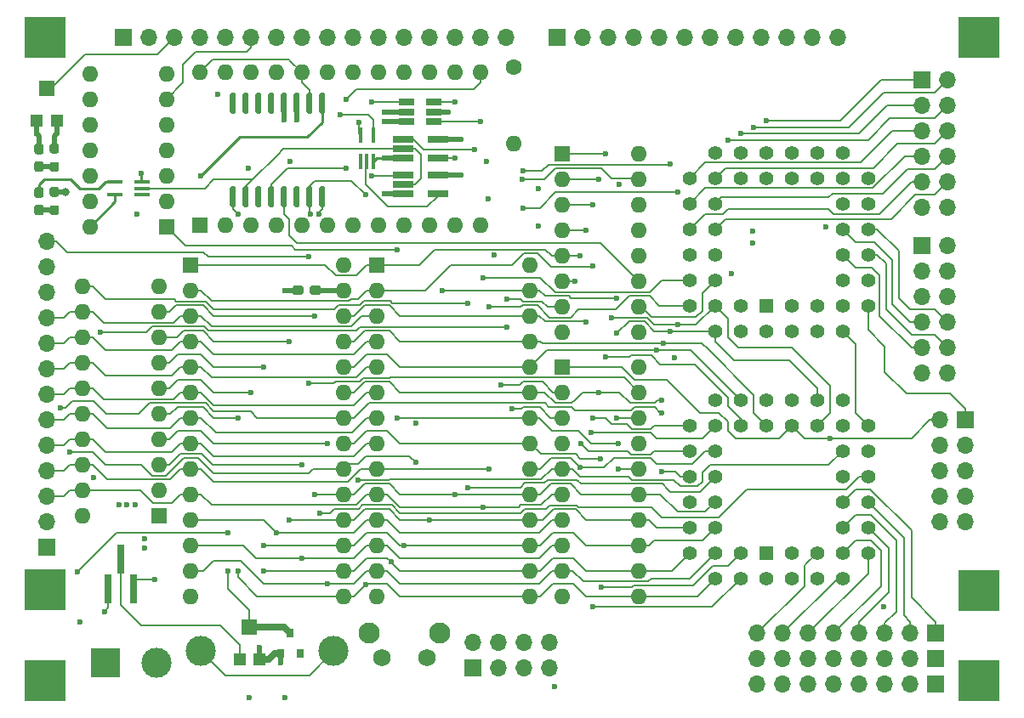
<source format=gtl>
G04 #@! TF.GenerationSoftware,KiCad,Pcbnew,5.1.9*
G04 #@! TF.CreationDate,2021-05-01T23:47:32-07:00*
G04 #@! TF.ProjectId,P80C550-EVN,50383043-3535-4302-9d45-564e2e6b6963,rev?*
G04 #@! TF.SameCoordinates,Original*
G04 #@! TF.FileFunction,Copper,L1,Top*
G04 #@! TF.FilePolarity,Positive*
%FSLAX46Y46*%
G04 Gerber Fmt 4.6, Leading zero omitted, Abs format (unit mm)*
G04 Created by KiCad (PCBNEW 5.1.9) date 2021-05-01 23:47:32*
%MOMM*%
%LPD*%
G01*
G04 APERTURE LIST*
G04 #@! TA.AperFunction,ComponentPad*
%ADD10O,1.700000X1.700000*%
G04 #@! TD*
G04 #@! TA.AperFunction,ComponentPad*
%ADD11R,1.700000X1.700000*%
G04 #@! TD*
G04 #@! TA.AperFunction,ComponentPad*
%ADD12R,3.000000X3.000000*%
G04 #@! TD*
G04 #@! TA.AperFunction,ComponentPad*
%ADD13C,3.000000*%
G04 #@! TD*
G04 #@! TA.AperFunction,SMDPad,CuDef*
%ADD14R,0.400000X1.500000*%
G04 #@! TD*
G04 #@! TA.AperFunction,SMDPad,CuDef*
%ADD15R,2.000000X0.650000*%
G04 #@! TD*
G04 #@! TA.AperFunction,SMDPad,CuDef*
%ADD16R,1.560000X0.650000*%
G04 #@! TD*
G04 #@! TA.AperFunction,SMDPad,CuDef*
%ADD17R,1.500000X0.400000*%
G04 #@! TD*
G04 #@! TA.AperFunction,SMDPad,CuDef*
%ADD18R,0.650000X3.000000*%
G04 #@! TD*
G04 #@! TA.AperFunction,SMDPad,CuDef*
%ADD19R,1.600000X1.500000*%
G04 #@! TD*
G04 #@! TA.AperFunction,SMDPad,CuDef*
%ADD20R,1.200000X1.200000*%
G04 #@! TD*
G04 #@! TA.AperFunction,SMDPad,CuDef*
%ADD21R,0.800000X0.900000*%
G04 #@! TD*
G04 #@! TA.AperFunction,ComponentPad*
%ADD22R,4.100000X4.100000*%
G04 #@! TD*
G04 #@! TA.AperFunction,ComponentPad*
%ADD23R,1.422400X1.422400*%
G04 #@! TD*
G04 #@! TA.AperFunction,ComponentPad*
%ADD24C,1.422400*%
G04 #@! TD*
G04 #@! TA.AperFunction,ComponentPad*
%ADD25O,1.600000X1.600000*%
G04 #@! TD*
G04 #@! TA.AperFunction,ComponentPad*
%ADD26R,1.600000X1.600000*%
G04 #@! TD*
G04 #@! TA.AperFunction,ComponentPad*
%ADD27C,2.100000*%
G04 #@! TD*
G04 #@! TA.AperFunction,ComponentPad*
%ADD28C,1.750000*%
G04 #@! TD*
G04 #@! TA.AperFunction,ComponentPad*
%ADD29C,1.600000*%
G04 #@! TD*
G04 #@! TA.AperFunction,ComponentPad*
%ADD30R,4.099999X4.099999*%
G04 #@! TD*
G04 #@! TA.AperFunction,ViaPad*
%ADD31C,0.600000*%
G04 #@! TD*
G04 #@! TA.AperFunction,ViaPad*
%ADD32C,0.800000*%
G04 #@! TD*
G04 #@! TA.AperFunction,Conductor*
%ADD33C,0.508000*%
G04 #@! TD*
G04 #@! TA.AperFunction,Conductor*
%ADD34C,0.152400*%
G04 #@! TD*
G04 #@! TA.AperFunction,Conductor*
%ADD35C,0.254000*%
G04 #@! TD*
G04 #@! TA.AperFunction,Conductor*
%ADD36C,0.698500*%
G04 #@! TD*
G04 APERTURE END LIST*
D10*
X101105000Y-96099000D03*
X101105000Y-98639000D03*
X101105000Y-101179000D03*
X101105000Y-103719000D03*
X101105000Y-106259000D03*
X101105000Y-108799000D03*
X101105000Y-111339000D03*
X101105000Y-113879000D03*
X101105000Y-116419000D03*
X101105000Y-118959000D03*
X101105000Y-121499000D03*
X101105000Y-124039000D03*
D11*
X101105000Y-126579000D03*
D12*
X106934000Y-138049000D03*
D13*
X112014000Y-138049000D03*
D14*
X132304000Y-88138000D03*
X132954000Y-88138000D03*
X133604000Y-88138000D03*
X133604000Y-85478000D03*
X132304000Y-85478000D03*
D15*
X140013000Y-89474000D03*
X140013000Y-91374000D03*
X136593000Y-91374000D03*
X136593000Y-90424000D03*
X136593000Y-89474000D03*
X140013000Y-85918000D03*
X140013000Y-87818000D03*
X136593000Y-87818000D03*
X136593000Y-86868000D03*
X136593000Y-85918000D03*
D16*
X136953000Y-83185000D03*
X136953000Y-84135000D03*
X136953000Y-82235000D03*
X139653000Y-82235000D03*
X139653000Y-83185000D03*
X139653000Y-84135000D03*
D17*
X107890000Y-91455000D03*
X107890000Y-90155000D03*
X110550000Y-90155000D03*
X110550000Y-90805000D03*
X110550000Y-91455000D03*
D18*
X108483400Y-127760600D03*
X109753400Y-130760600D03*
X107213400Y-130760600D03*
G04 #@! TA.AperFunction,SMDPad,CuDef*
G36*
G01*
X101616500Y-92500000D02*
X102091500Y-92500000D01*
G75*
G02*
X102329000Y-92737500I0J-237500D01*
G01*
X102329000Y-93237500D01*
G75*
G02*
X102091500Y-93475000I-237500J0D01*
G01*
X101616500Y-93475000D01*
G75*
G02*
X101379000Y-93237500I0J237500D01*
G01*
X101379000Y-92737500D01*
G75*
G02*
X101616500Y-92500000I237500J0D01*
G01*
G37*
G04 #@! TD.AperFunction*
G04 #@! TA.AperFunction,SMDPad,CuDef*
G36*
G01*
X101616500Y-90675000D02*
X102091500Y-90675000D01*
G75*
G02*
X102329000Y-90912500I0J-237500D01*
G01*
X102329000Y-91412500D01*
G75*
G02*
X102091500Y-91650000I-237500J0D01*
G01*
X101616500Y-91650000D01*
G75*
G02*
X101379000Y-91412500I0J237500D01*
G01*
X101379000Y-90912500D01*
G75*
G02*
X101616500Y-90675000I237500J0D01*
G01*
G37*
G04 #@! TD.AperFunction*
G04 #@! TA.AperFunction,SMDPad,CuDef*
G36*
G01*
X101616500Y-88182000D02*
X102091500Y-88182000D01*
G75*
G02*
X102329000Y-88419500I0J-237500D01*
G01*
X102329000Y-88919500D01*
G75*
G02*
X102091500Y-89157000I-237500J0D01*
G01*
X101616500Y-89157000D01*
G75*
G02*
X101379000Y-88919500I0J237500D01*
G01*
X101379000Y-88419500D01*
G75*
G02*
X101616500Y-88182000I237500J0D01*
G01*
G37*
G04 #@! TD.AperFunction*
G04 #@! TA.AperFunction,SMDPad,CuDef*
G36*
G01*
X101616500Y-86357000D02*
X102091500Y-86357000D01*
G75*
G02*
X102329000Y-86594500I0J-237500D01*
G01*
X102329000Y-87094500D01*
G75*
G02*
X102091500Y-87332000I-237500J0D01*
G01*
X101616500Y-87332000D01*
G75*
G02*
X101379000Y-87094500I0J237500D01*
G01*
X101379000Y-86594500D01*
G75*
G02*
X101616500Y-86357000I237500J0D01*
G01*
G37*
G04 #@! TD.AperFunction*
G04 #@! TA.AperFunction,SMDPad,CuDef*
G36*
G01*
X100092500Y-92461800D02*
X100567500Y-92461800D01*
G75*
G02*
X100805000Y-92699300I0J-237500D01*
G01*
X100805000Y-93274300D01*
G75*
G02*
X100567500Y-93511800I-237500J0D01*
G01*
X100092500Y-93511800D01*
G75*
G02*
X99855000Y-93274300I0J237500D01*
G01*
X99855000Y-92699300D01*
G75*
G02*
X100092500Y-92461800I237500J0D01*
G01*
G37*
G04 #@! TD.AperFunction*
G04 #@! TA.AperFunction,SMDPad,CuDef*
G36*
G01*
X100092500Y-90711800D02*
X100567500Y-90711800D01*
G75*
G02*
X100805000Y-90949300I0J-237500D01*
G01*
X100805000Y-91524300D01*
G75*
G02*
X100567500Y-91761800I-237500J0D01*
G01*
X100092500Y-91761800D01*
G75*
G02*
X99855000Y-91524300I0J237500D01*
G01*
X99855000Y-90949300D01*
G75*
G02*
X100092500Y-90711800I237500J0D01*
G01*
G37*
G04 #@! TD.AperFunction*
G04 #@! TA.AperFunction,SMDPad,CuDef*
G36*
G01*
X100092500Y-86371000D02*
X100567500Y-86371000D01*
G75*
G02*
X100805000Y-86608500I0J-237500D01*
G01*
X100805000Y-87183500D01*
G75*
G02*
X100567500Y-87421000I-237500J0D01*
G01*
X100092500Y-87421000D01*
G75*
G02*
X99855000Y-87183500I0J237500D01*
G01*
X99855000Y-86608500D01*
G75*
G02*
X100092500Y-86371000I237500J0D01*
G01*
G37*
G04 #@! TD.AperFunction*
G04 #@! TA.AperFunction,SMDPad,CuDef*
G36*
G01*
X100092500Y-88121000D02*
X100567500Y-88121000D01*
G75*
G02*
X100805000Y-88358500I0J-237500D01*
G01*
X100805000Y-88933500D01*
G75*
G02*
X100567500Y-89171000I-237500J0D01*
G01*
X100092500Y-89171000D01*
G75*
G02*
X99855000Y-88933500I0J237500D01*
G01*
X99855000Y-88358500D01*
G75*
G02*
X100092500Y-88121000I237500J0D01*
G01*
G37*
G04 #@! TD.AperFunction*
D19*
X101092000Y-80846000D03*
D20*
X102092000Y-84096000D03*
X100092000Y-84096000D03*
D21*
X125349000Y-135128000D03*
X126299000Y-137128000D03*
X124399000Y-137128000D03*
D10*
X190005000Y-124039000D03*
X192545000Y-124039000D03*
X190005000Y-121499000D03*
X192545000Y-121499000D03*
X190005000Y-118959000D03*
X192545000Y-118959000D03*
X190005000Y-116419000D03*
X192545000Y-116419000D03*
X190005000Y-113879000D03*
D11*
X192545000Y-113879000D03*
D22*
X193925000Y-139827000D03*
X100925000Y-139827000D03*
D10*
X151130000Y-136017000D03*
X151130000Y-138557000D03*
X148590000Y-136017000D03*
X148590000Y-138557000D03*
X146050000Y-136017000D03*
X146050000Y-138557000D03*
X143510000Y-136017000D03*
D11*
X143510000Y-138557000D03*
X188214000Y-80010000D03*
D10*
X190754000Y-80010000D03*
X188214000Y-82550000D03*
X190754000Y-82550000D03*
X188214000Y-85090000D03*
X190754000Y-85090000D03*
X188214000Y-87630000D03*
X190754000Y-87630000D03*
X188214000Y-90170000D03*
X190754000Y-90170000D03*
X188214000Y-92710000D03*
X190754000Y-92710000D03*
D23*
X172720000Y-127127000D03*
D24*
X175260000Y-127127000D03*
X177800000Y-127127000D03*
X170180000Y-127127000D03*
X167640000Y-127127000D03*
X175260000Y-129667000D03*
X177800000Y-129667000D03*
X180340000Y-129667000D03*
X172720000Y-129667000D03*
X170180000Y-129667000D03*
X180340000Y-127127000D03*
X180340000Y-124587000D03*
X180340000Y-122047000D03*
X180340000Y-119507000D03*
X180340000Y-116967000D03*
X182880000Y-127127000D03*
X182880000Y-124587000D03*
X182880000Y-122047000D03*
X182880000Y-119507000D03*
X182880000Y-116967000D03*
X182880000Y-114427000D03*
X180340000Y-114427000D03*
X177800000Y-114427000D03*
X175260000Y-114427000D03*
X172720000Y-114427000D03*
X170180000Y-114427000D03*
X165100000Y-114427000D03*
X180340000Y-111887000D03*
X177800000Y-111887000D03*
X175260000Y-111887000D03*
X172720000Y-111887000D03*
X170180000Y-111887000D03*
X167640000Y-111887000D03*
X167640000Y-114427000D03*
X167640000Y-116967000D03*
X167640000Y-119507000D03*
X167640000Y-122047000D03*
X167640000Y-124587000D03*
X167640000Y-129667000D03*
X165100000Y-116967000D03*
X165100000Y-119507000D03*
X165100000Y-122047000D03*
X165100000Y-124587000D03*
X165100000Y-127127000D03*
D10*
X171831000Y-140208000D03*
X174371000Y-140208000D03*
X176911000Y-140208000D03*
X179451000Y-140208000D03*
X181991000Y-140208000D03*
X184531000Y-140208000D03*
X187071000Y-140208000D03*
D11*
X189611000Y-140208000D03*
D24*
X165100000Y-102489000D03*
X165100000Y-99949000D03*
X165100000Y-97409000D03*
X165100000Y-94869000D03*
X165100000Y-92329000D03*
X167640000Y-105029000D03*
X167640000Y-99949000D03*
X167640000Y-97409000D03*
X167640000Y-94869000D03*
X167640000Y-92329000D03*
X167640000Y-89789000D03*
X167640000Y-87249000D03*
X170180000Y-87249000D03*
X172720000Y-87249000D03*
X175260000Y-87249000D03*
X177800000Y-87249000D03*
X180340000Y-87249000D03*
X165100000Y-89789000D03*
X170180000Y-89789000D03*
X172720000Y-89789000D03*
X175260000Y-89789000D03*
X177800000Y-89789000D03*
X180340000Y-89789000D03*
X182880000Y-89789000D03*
X182880000Y-92329000D03*
X182880000Y-94869000D03*
X182880000Y-97409000D03*
X182880000Y-99949000D03*
X182880000Y-102489000D03*
X180340000Y-92329000D03*
X180340000Y-94869000D03*
X180340000Y-97409000D03*
X180340000Y-99949000D03*
X180340000Y-102489000D03*
X170180000Y-105029000D03*
X172720000Y-105029000D03*
X180340000Y-105029000D03*
X177800000Y-105029000D03*
X175260000Y-105029000D03*
X167640000Y-102489000D03*
X170180000Y-102489000D03*
X177800000Y-102489000D03*
X175260000Y-102489000D03*
D23*
X172720000Y-102489000D03*
D25*
X116332000Y-79248000D03*
X144272000Y-94488000D03*
X118872000Y-79248000D03*
X141732000Y-94488000D03*
X121412000Y-79248000D03*
X139192000Y-94488000D03*
X123952000Y-79248000D03*
X136652000Y-94488000D03*
X126492000Y-79248000D03*
X134112000Y-94488000D03*
X129032000Y-79248000D03*
X131572000Y-94488000D03*
X131572000Y-79248000D03*
X129032000Y-94488000D03*
X134112000Y-79248000D03*
X126492000Y-94488000D03*
X136652000Y-79248000D03*
X123952000Y-94488000D03*
X139192000Y-79248000D03*
X121412000Y-94488000D03*
X141732000Y-79248000D03*
X118872000Y-94488000D03*
X144272000Y-79248000D03*
D26*
X116332000Y-94488000D03*
D19*
X121285000Y-134493000D03*
D20*
X122285000Y-137743000D03*
X120285000Y-137743000D03*
D13*
X116463000Y-136906000D03*
X129663000Y-136906000D03*
D10*
X171831000Y-137668000D03*
X174371000Y-137668000D03*
X176911000Y-137668000D03*
X179451000Y-137668000D03*
X181991000Y-137668000D03*
X184531000Y-137668000D03*
X187071000Y-137668000D03*
D11*
X189611000Y-137668000D03*
D10*
X171831000Y-135128000D03*
X174371000Y-135128000D03*
X176911000Y-135128000D03*
X179451000Y-135128000D03*
X181991000Y-135128000D03*
X184531000Y-135128000D03*
X187071000Y-135128000D03*
D11*
X189611000Y-135128000D03*
D26*
X133959600Y-98425000D03*
D25*
X149199600Y-131445000D03*
X133959600Y-100965000D03*
X149199600Y-128905000D03*
X133959600Y-103505000D03*
X149199600Y-126365000D03*
X133959600Y-106045000D03*
X149199600Y-123825000D03*
X133959600Y-108585000D03*
X149199600Y-121285000D03*
X133959600Y-111125000D03*
X149199600Y-118745000D03*
X133959600Y-113665000D03*
X149199600Y-116205000D03*
X133959600Y-116205000D03*
X149199600Y-113665000D03*
X133959600Y-118745000D03*
X149199600Y-111125000D03*
X133959600Y-121285000D03*
X149199600Y-108585000D03*
X133959600Y-123825000D03*
X149199600Y-106045000D03*
X133959600Y-126365000D03*
X149199600Y-103505000D03*
X133959600Y-128905000D03*
X149199600Y-100965000D03*
X133959600Y-131445000D03*
X149199600Y-98425000D03*
D27*
X133178000Y-135128000D03*
D28*
X134438000Y-137618000D03*
X138938000Y-137618000D03*
D27*
X140188000Y-135128000D03*
D11*
X188214000Y-96520000D03*
D10*
X190754000Y-96520000D03*
X188214000Y-99060000D03*
X190754000Y-99060000D03*
X188214000Y-101600000D03*
X190754000Y-101600000D03*
X188214000Y-104140000D03*
X190754000Y-104140000D03*
X188214000Y-106680000D03*
X190754000Y-106680000D03*
X188214000Y-109220000D03*
X190754000Y-109220000D03*
G04 #@! TA.AperFunction,SMDPad,CuDef*
G36*
G01*
X128373500Y-100727500D02*
X128373500Y-101202500D01*
G75*
G02*
X128136000Y-101440000I-237500J0D01*
G01*
X127536000Y-101440000D01*
G75*
G02*
X127298500Y-101202500I0J237500D01*
G01*
X127298500Y-100727500D01*
G75*
G02*
X127536000Y-100490000I237500J0D01*
G01*
X128136000Y-100490000D01*
G75*
G02*
X128373500Y-100727500I0J-237500D01*
G01*
G37*
G04 #@! TD.AperFunction*
G04 #@! TA.AperFunction,SMDPad,CuDef*
G36*
G01*
X126648500Y-100727500D02*
X126648500Y-101202500D01*
G75*
G02*
X126411000Y-101440000I-237500J0D01*
G01*
X125811000Y-101440000D01*
G75*
G02*
X125573500Y-101202500I0J237500D01*
G01*
X125573500Y-100727500D01*
G75*
G02*
X125811000Y-100490000I237500J0D01*
G01*
X126411000Y-100490000D01*
G75*
G02*
X126648500Y-100727500I0J-237500D01*
G01*
G37*
G04 #@! TD.AperFunction*
D25*
X147574000Y-86360000D03*
D29*
X147574000Y-78740000D03*
D11*
X151905000Y-75779000D03*
D10*
X154445000Y-75779000D03*
X156985000Y-75779000D03*
X159525000Y-75779000D03*
X162065000Y-75779000D03*
X164605000Y-75779000D03*
X167145000Y-75779000D03*
X169685000Y-75779000D03*
X172225000Y-75779000D03*
X174765000Y-75779000D03*
X177305000Y-75779000D03*
X179845000Y-75779000D03*
D25*
X130683000Y-98425000D03*
X115443000Y-131445000D03*
X130683000Y-100965000D03*
X115443000Y-128905000D03*
X130683000Y-103505000D03*
X115443000Y-126365000D03*
X130683000Y-106045000D03*
X115443000Y-123825000D03*
X130683000Y-108585000D03*
X115443000Y-121285000D03*
X130683000Y-111125000D03*
X115443000Y-118745000D03*
X130683000Y-113665000D03*
X115443000Y-116205000D03*
X130683000Y-116205000D03*
X115443000Y-113665000D03*
X130683000Y-118745000D03*
X115443000Y-111125000D03*
X130683000Y-121285000D03*
X115443000Y-108585000D03*
X130683000Y-123825000D03*
X115443000Y-106045000D03*
X130683000Y-126365000D03*
X115443000Y-103505000D03*
X130683000Y-128905000D03*
X115443000Y-100965000D03*
X130683000Y-131445000D03*
D26*
X115443000Y-98425000D03*
D25*
X104648000Y-123444000D03*
X112268000Y-100584000D03*
X104648000Y-120904000D03*
X112268000Y-103124000D03*
X104648000Y-118364000D03*
X112268000Y-105664000D03*
X104648000Y-115824000D03*
X112268000Y-108204000D03*
X104648000Y-113284000D03*
X112268000Y-110744000D03*
X104648000Y-110744000D03*
X112268000Y-113284000D03*
X104648000Y-108204000D03*
X112268000Y-115824000D03*
X104648000Y-105664000D03*
X112268000Y-118364000D03*
X104648000Y-103124000D03*
X112268000Y-120904000D03*
X104648000Y-100584000D03*
D26*
X112268000Y-123444000D03*
G04 #@! TA.AperFunction,SMDPad,CuDef*
G36*
G01*
X128374000Y-81320000D02*
X128674000Y-81320000D01*
G75*
G02*
X128824000Y-81470000I0J-150000D01*
G01*
X128824000Y-83220000D01*
G75*
G02*
X128674000Y-83370000I-150000J0D01*
G01*
X128374000Y-83370000D01*
G75*
G02*
X128224000Y-83220000I0J150000D01*
G01*
X128224000Y-81470000D01*
G75*
G02*
X128374000Y-81320000I150000J0D01*
G01*
G37*
G04 #@! TD.AperFunction*
G04 #@! TA.AperFunction,SMDPad,CuDef*
G36*
G01*
X127104000Y-81320000D02*
X127404000Y-81320000D01*
G75*
G02*
X127554000Y-81470000I0J-150000D01*
G01*
X127554000Y-83220000D01*
G75*
G02*
X127404000Y-83370000I-150000J0D01*
G01*
X127104000Y-83370000D01*
G75*
G02*
X126954000Y-83220000I0J150000D01*
G01*
X126954000Y-81470000D01*
G75*
G02*
X127104000Y-81320000I150000J0D01*
G01*
G37*
G04 #@! TD.AperFunction*
G04 #@! TA.AperFunction,SMDPad,CuDef*
G36*
G01*
X125834000Y-81320000D02*
X126134000Y-81320000D01*
G75*
G02*
X126284000Y-81470000I0J-150000D01*
G01*
X126284000Y-83220000D01*
G75*
G02*
X126134000Y-83370000I-150000J0D01*
G01*
X125834000Y-83370000D01*
G75*
G02*
X125684000Y-83220000I0J150000D01*
G01*
X125684000Y-81470000D01*
G75*
G02*
X125834000Y-81320000I150000J0D01*
G01*
G37*
G04 #@! TD.AperFunction*
G04 #@! TA.AperFunction,SMDPad,CuDef*
G36*
G01*
X124564000Y-81320000D02*
X124864000Y-81320000D01*
G75*
G02*
X125014000Y-81470000I0J-150000D01*
G01*
X125014000Y-83220000D01*
G75*
G02*
X124864000Y-83370000I-150000J0D01*
G01*
X124564000Y-83370000D01*
G75*
G02*
X124414000Y-83220000I0J150000D01*
G01*
X124414000Y-81470000D01*
G75*
G02*
X124564000Y-81320000I150000J0D01*
G01*
G37*
G04 #@! TD.AperFunction*
G04 #@! TA.AperFunction,SMDPad,CuDef*
G36*
G01*
X123294000Y-81320000D02*
X123594000Y-81320000D01*
G75*
G02*
X123744000Y-81470000I0J-150000D01*
G01*
X123744000Y-83220000D01*
G75*
G02*
X123594000Y-83370000I-150000J0D01*
G01*
X123294000Y-83370000D01*
G75*
G02*
X123144000Y-83220000I0J150000D01*
G01*
X123144000Y-81470000D01*
G75*
G02*
X123294000Y-81320000I150000J0D01*
G01*
G37*
G04 #@! TD.AperFunction*
G04 #@! TA.AperFunction,SMDPad,CuDef*
G36*
G01*
X122024000Y-81320000D02*
X122324000Y-81320000D01*
G75*
G02*
X122474000Y-81470000I0J-150000D01*
G01*
X122474000Y-83220000D01*
G75*
G02*
X122324000Y-83370000I-150000J0D01*
G01*
X122024000Y-83370000D01*
G75*
G02*
X121874000Y-83220000I0J150000D01*
G01*
X121874000Y-81470000D01*
G75*
G02*
X122024000Y-81320000I150000J0D01*
G01*
G37*
G04 #@! TD.AperFunction*
G04 #@! TA.AperFunction,SMDPad,CuDef*
G36*
G01*
X120754000Y-81320000D02*
X121054000Y-81320000D01*
G75*
G02*
X121204000Y-81470000I0J-150000D01*
G01*
X121204000Y-83220000D01*
G75*
G02*
X121054000Y-83370000I-150000J0D01*
G01*
X120754000Y-83370000D01*
G75*
G02*
X120604000Y-83220000I0J150000D01*
G01*
X120604000Y-81470000D01*
G75*
G02*
X120754000Y-81320000I150000J0D01*
G01*
G37*
G04 #@! TD.AperFunction*
G04 #@! TA.AperFunction,SMDPad,CuDef*
G36*
G01*
X119484000Y-81320000D02*
X119784000Y-81320000D01*
G75*
G02*
X119934000Y-81470000I0J-150000D01*
G01*
X119934000Y-83220000D01*
G75*
G02*
X119784000Y-83370000I-150000J0D01*
G01*
X119484000Y-83370000D01*
G75*
G02*
X119334000Y-83220000I0J150000D01*
G01*
X119334000Y-81470000D01*
G75*
G02*
X119484000Y-81320000I150000J0D01*
G01*
G37*
G04 #@! TD.AperFunction*
G04 #@! TA.AperFunction,SMDPad,CuDef*
G36*
G01*
X119484000Y-90620000D02*
X119784000Y-90620000D01*
G75*
G02*
X119934000Y-90770000I0J-150000D01*
G01*
X119934000Y-92520000D01*
G75*
G02*
X119784000Y-92670000I-150000J0D01*
G01*
X119484000Y-92670000D01*
G75*
G02*
X119334000Y-92520000I0J150000D01*
G01*
X119334000Y-90770000D01*
G75*
G02*
X119484000Y-90620000I150000J0D01*
G01*
G37*
G04 #@! TD.AperFunction*
G04 #@! TA.AperFunction,SMDPad,CuDef*
G36*
G01*
X120754000Y-90620000D02*
X121054000Y-90620000D01*
G75*
G02*
X121204000Y-90770000I0J-150000D01*
G01*
X121204000Y-92520000D01*
G75*
G02*
X121054000Y-92670000I-150000J0D01*
G01*
X120754000Y-92670000D01*
G75*
G02*
X120604000Y-92520000I0J150000D01*
G01*
X120604000Y-90770000D01*
G75*
G02*
X120754000Y-90620000I150000J0D01*
G01*
G37*
G04 #@! TD.AperFunction*
G04 #@! TA.AperFunction,SMDPad,CuDef*
G36*
G01*
X122024000Y-90620000D02*
X122324000Y-90620000D01*
G75*
G02*
X122474000Y-90770000I0J-150000D01*
G01*
X122474000Y-92520000D01*
G75*
G02*
X122324000Y-92670000I-150000J0D01*
G01*
X122024000Y-92670000D01*
G75*
G02*
X121874000Y-92520000I0J150000D01*
G01*
X121874000Y-90770000D01*
G75*
G02*
X122024000Y-90620000I150000J0D01*
G01*
G37*
G04 #@! TD.AperFunction*
G04 #@! TA.AperFunction,SMDPad,CuDef*
G36*
G01*
X123294000Y-90620000D02*
X123594000Y-90620000D01*
G75*
G02*
X123744000Y-90770000I0J-150000D01*
G01*
X123744000Y-92520000D01*
G75*
G02*
X123594000Y-92670000I-150000J0D01*
G01*
X123294000Y-92670000D01*
G75*
G02*
X123144000Y-92520000I0J150000D01*
G01*
X123144000Y-90770000D01*
G75*
G02*
X123294000Y-90620000I150000J0D01*
G01*
G37*
G04 #@! TD.AperFunction*
G04 #@! TA.AperFunction,SMDPad,CuDef*
G36*
G01*
X124564000Y-90620000D02*
X124864000Y-90620000D01*
G75*
G02*
X125014000Y-90770000I0J-150000D01*
G01*
X125014000Y-92520000D01*
G75*
G02*
X124864000Y-92670000I-150000J0D01*
G01*
X124564000Y-92670000D01*
G75*
G02*
X124414000Y-92520000I0J150000D01*
G01*
X124414000Y-90770000D01*
G75*
G02*
X124564000Y-90620000I150000J0D01*
G01*
G37*
G04 #@! TD.AperFunction*
G04 #@! TA.AperFunction,SMDPad,CuDef*
G36*
G01*
X125834000Y-90620000D02*
X126134000Y-90620000D01*
G75*
G02*
X126284000Y-90770000I0J-150000D01*
G01*
X126284000Y-92520000D01*
G75*
G02*
X126134000Y-92670000I-150000J0D01*
G01*
X125834000Y-92670000D01*
G75*
G02*
X125684000Y-92520000I0J150000D01*
G01*
X125684000Y-90770000D01*
G75*
G02*
X125834000Y-90620000I150000J0D01*
G01*
G37*
G04 #@! TD.AperFunction*
G04 #@! TA.AperFunction,SMDPad,CuDef*
G36*
G01*
X127104000Y-90620000D02*
X127404000Y-90620000D01*
G75*
G02*
X127554000Y-90770000I0J-150000D01*
G01*
X127554000Y-92520000D01*
G75*
G02*
X127404000Y-92670000I-150000J0D01*
G01*
X127104000Y-92670000D01*
G75*
G02*
X126954000Y-92520000I0J150000D01*
G01*
X126954000Y-90770000D01*
G75*
G02*
X127104000Y-90620000I150000J0D01*
G01*
G37*
G04 #@! TD.AperFunction*
G04 #@! TA.AperFunction,SMDPad,CuDef*
G36*
G01*
X128374000Y-90620000D02*
X128674000Y-90620000D01*
G75*
G02*
X128824000Y-90770000I0J-150000D01*
G01*
X128824000Y-92520000D01*
G75*
G02*
X128674000Y-92670000I-150000J0D01*
G01*
X128374000Y-92670000D01*
G75*
G02*
X128224000Y-92520000I0J150000D01*
G01*
X128224000Y-90770000D01*
G75*
G02*
X128374000Y-90620000I150000J0D01*
G01*
G37*
G04 #@! TD.AperFunction*
D22*
X100925000Y-75779000D03*
D26*
X152450800Y-108585000D03*
D25*
X160070800Y-131445000D03*
X152450800Y-111125000D03*
X160070800Y-128905000D03*
X152450800Y-113665000D03*
X160070800Y-126365000D03*
X152450800Y-116205000D03*
X160070800Y-123825000D03*
X152450800Y-118745000D03*
X160070800Y-121285000D03*
X152450800Y-121285000D03*
X160070800Y-118745000D03*
X152450800Y-123825000D03*
X160070800Y-116205000D03*
X152450800Y-126365000D03*
X160070800Y-113665000D03*
X152450800Y-128905000D03*
X160070800Y-111125000D03*
X152450800Y-131445000D03*
X160070800Y-108585000D03*
D26*
X113030000Y-94615000D03*
D25*
X105410000Y-79375000D03*
X113030000Y-92075000D03*
X105410000Y-81915000D03*
X113030000Y-89535000D03*
X105410000Y-84455000D03*
X113030000Y-86995000D03*
X105410000Y-86995000D03*
X113030000Y-84455000D03*
X105410000Y-89535000D03*
X113030000Y-81915000D03*
X105410000Y-92075000D03*
X113030000Y-79375000D03*
X105410000Y-94615000D03*
D22*
X193925000Y-75779000D03*
X100925000Y-130779000D03*
D30*
X193925000Y-130879000D03*
D10*
X146825000Y-75779000D03*
X144285000Y-75779000D03*
X141745000Y-75779000D03*
X139205000Y-75779000D03*
X136665000Y-75779000D03*
X134125000Y-75779000D03*
X131585000Y-75779000D03*
X129045000Y-75779000D03*
X126505000Y-75779000D03*
X123965000Y-75779000D03*
X121425000Y-75779000D03*
X118885000Y-75779000D03*
X116345000Y-75779000D03*
X113805000Y-75779000D03*
X111265000Y-75779000D03*
D11*
X108725000Y-75779000D03*
D26*
X152400000Y-87376000D03*
D25*
X160020000Y-105156000D03*
X152400000Y-89916000D03*
X160020000Y-102616000D03*
X152400000Y-92456000D03*
X160020000Y-100076000D03*
X152400000Y-94996000D03*
X160020000Y-97536000D03*
X152400000Y-97536000D03*
X160020000Y-94996000D03*
X152400000Y-100076000D03*
X160020000Y-92456000D03*
X152400000Y-102616000D03*
X160020000Y-89916000D03*
X152400000Y-105156000D03*
X160020000Y-87376000D03*
D31*
X124383800Y-138099800D03*
X122275600Y-136601200D03*
X124714000Y-83947000D03*
X121158000Y-88773000D03*
X118110000Y-81407000D03*
X125349000Y-88138000D03*
X184404000Y-132461000D03*
X124841000Y-100965000D03*
X158115000Y-90424000D03*
X100076000Y-85344000D03*
X110490000Y-89281000D03*
X145643600Y-97477200D03*
X150037800Y-90881200D03*
X150037800Y-94538800D03*
X134747000Y-91389200D03*
X141097000Y-83185000D03*
X134747000Y-84150200D03*
X134736800Y-87818000D03*
X163576000Y-107696000D03*
X169291000Y-99314000D03*
X178689000Y-94615000D03*
X110045500Y-93408500D03*
X124841000Y-141588000D03*
X121285000Y-141588000D03*
X110832900Y-125755400D03*
X110820200Y-126619000D03*
X104394000Y-133985000D03*
X137858500Y-114241200D03*
X105791000Y-119634000D03*
X141732000Y-121285000D03*
X127762000Y-121285000D03*
X127762000Y-103505000D03*
X141732000Y-82245200D03*
X141732000Y-87807800D03*
X139192000Y-123825000D03*
X125222000Y-123825000D03*
X125222000Y-106045000D03*
X136652000Y-126365000D03*
X122682000Y-126365000D03*
X122682000Y-108585000D03*
X135382000Y-128016000D03*
X121412000Y-111125000D03*
X122682000Y-128905000D03*
X120142000Y-113665000D03*
X132842000Y-130302000D03*
X120142000Y-128905000D03*
X129032000Y-130175000D03*
X129032000Y-116205000D03*
X155448000Y-132461000D03*
X126492000Y-127635000D03*
X126492000Y-118364000D03*
X156337000Y-130557401D03*
X123952000Y-125095000D03*
X140462000Y-100965000D03*
X157870400Y-113665000D03*
X157870400Y-101736400D03*
X157870400Y-105273600D03*
X163195000Y-105029000D03*
X163195000Y-88392000D03*
X148539200Y-89103200D03*
X144526000Y-99695000D03*
X144526000Y-122555000D03*
X109918500Y-122301000D03*
X109093000Y-122301000D03*
X108267500Y-122301000D03*
X125984000Y-83947000D03*
X151638000Y-140462000D03*
X102108000Y-85344000D03*
D32*
X102946200Y-91186000D03*
D31*
X144907000Y-88138000D03*
X145034000Y-91821000D03*
X142367000Y-89484200D03*
X134747000Y-83185000D03*
X142367000Y-85928200D03*
X132181600Y-84226400D03*
X171360000Y-96229000D03*
X171360000Y-95086000D03*
X106870500Y-132969000D03*
X162306000Y-113157000D03*
X162306000Y-118999000D03*
X102489000Y-112649000D03*
X154178000Y-97536000D03*
X154246200Y-116205000D03*
X143002000Y-102235000D03*
X143002000Y-120650000D03*
X154813000Y-94996000D03*
X154822400Y-104130600D03*
X155254201Y-115128799D03*
X156083000Y-89916000D03*
X156083000Y-111125000D03*
X162306000Y-111887000D03*
X161798000Y-106934000D03*
X155448000Y-92456000D03*
X155448000Y-98552000D03*
X155448000Y-113665000D03*
X156210000Y-117729000D03*
X156718000Y-87376000D03*
X156718000Y-107569000D03*
X162496500Y-106235500D03*
X179070000Y-115697000D03*
X136017000Y-113665000D03*
X157294200Y-103690800D03*
X163957000Y-104394000D03*
X157988000Y-118745000D03*
X157988000Y-116205000D03*
X136017000Y-96901000D03*
X148539200Y-92760800D03*
X163957000Y-91186000D03*
X128181003Y-93345000D03*
X128270000Y-123190000D03*
X132080000Y-119888000D03*
X130302000Y-83489800D03*
X145102200Y-102652589D03*
X145161000Y-118745000D03*
X127185800Y-110237401D03*
X127381000Y-93345000D03*
X127185800Y-97604200D03*
X132842000Y-91465400D03*
X146939000Y-101854000D03*
X146907389Y-104616389D03*
X106426000Y-105156000D03*
X147447000Y-112777401D03*
X146304000Y-110363000D03*
X111887000Y-129794000D03*
X120142000Y-93345000D03*
X119126000Y-128905000D03*
X104140000Y-129006600D03*
X119126000Y-125095000D03*
X153670000Y-100076000D03*
X154178000Y-118618000D03*
X130937000Y-81915000D03*
X130937000Y-88773000D03*
X148463000Y-89916000D03*
X144322800Y-84150200D03*
X143662400Y-86918800D03*
X133477000Y-82245200D03*
X133477000Y-89560400D03*
X103378000Y-117094000D03*
X137871200Y-118135400D03*
X168910000Y-85979000D03*
X170180000Y-85344000D03*
X171450000Y-84709000D03*
X172720000Y-84074000D03*
X116459000Y-89535000D03*
D33*
X124714000Y-82345000D02*
X124714000Y-83947000D01*
X126111000Y-100965000D02*
X124841000Y-100965000D01*
X100092000Y-85328000D02*
X100076000Y-85344000D01*
X100092000Y-84096000D02*
X100092000Y-85328000D01*
X100330000Y-85598000D02*
X100076000Y-85344000D01*
D34*
X110617000Y-90095000D02*
X110677000Y-90155000D01*
D35*
X110490000Y-90095000D02*
X110550000Y-90155000D01*
X110490000Y-89281000D02*
X110490000Y-90095000D01*
D33*
X134762200Y-91374000D02*
X134747000Y-91389200D01*
X136593000Y-91374000D02*
X134762200Y-91374000D01*
X139653000Y-83185000D02*
X141097000Y-83185000D01*
X134762200Y-84135000D02*
X134747000Y-84150200D01*
X136953000Y-84135000D02*
X134762200Y-84135000D01*
X136593000Y-87818000D02*
X134736800Y-87818000D01*
D35*
X133924000Y-87818000D02*
X133604000Y-88138000D01*
X134736800Y-87818000D02*
X133924000Y-87818000D01*
D33*
X100330000Y-85598000D02*
X100330000Y-86896000D01*
X122285000Y-136610600D02*
X122275600Y-136601200D01*
X122285000Y-137743000D02*
X122285000Y-136610600D01*
D36*
X123806200Y-137128000D02*
X123191200Y-137743000D01*
X124399000Y-137128000D02*
X123806200Y-137128000D01*
X122285000Y-137743000D02*
X123191200Y-137743000D01*
D33*
X124383800Y-137143200D02*
X124399000Y-137128000D01*
X124383800Y-138099800D02*
X124383800Y-137143200D01*
D34*
X142367000Y-121285000D02*
X149199600Y-121285000D01*
X141732000Y-121285000D02*
X142367000Y-121285000D01*
X130683000Y-121285000D02*
X127762000Y-121285000D01*
X117729000Y-103505000D02*
X127762000Y-103505000D01*
X116652799Y-102428799D02*
X117729000Y-103505000D01*
X113979201Y-102428799D02*
X116652799Y-102428799D01*
X113284000Y-103124000D02*
X113979201Y-102428799D01*
X112268000Y-103124000D02*
X113284000Y-103124000D01*
X131699000Y-121285000D02*
X130683000Y-121285000D01*
X132775201Y-120208799D02*
X131699000Y-121285000D01*
X136271000Y-121285000D02*
X135194799Y-120208799D01*
X135194799Y-120208799D02*
X132775201Y-120208799D01*
X141732000Y-121285000D02*
X136271000Y-121285000D01*
X162179000Y-121285000D02*
X160070800Y-121285000D01*
X163928401Y-123034401D02*
X162179000Y-121285000D01*
X166652599Y-123034401D02*
X163928401Y-123034401D01*
X167640000Y-122047000D02*
X166652599Y-123034401D01*
X154813000Y-121285000D02*
X160070800Y-121285000D01*
X150241000Y-121285000D02*
X151317201Y-120208799D01*
X149199600Y-121285000D02*
X150241000Y-121285000D01*
X153228799Y-120208799D02*
X154305000Y-121285000D01*
X151317201Y-120208799D02*
X153228799Y-120208799D01*
X154305000Y-121285000D02*
X154813000Y-121285000D01*
X141721800Y-82235000D02*
X141732000Y-82245200D01*
X139653000Y-82235000D02*
X141721800Y-82235000D01*
X141721800Y-87818000D02*
X141732000Y-87807800D01*
X140013000Y-87818000D02*
X141721800Y-87818000D01*
X165100000Y-124587000D02*
X161798000Y-124587000D01*
X161036000Y-123825000D02*
X160070800Y-123825000D01*
X161798000Y-124587000D02*
X161036000Y-123825000D01*
X139827000Y-123825000D02*
X149199600Y-123825000D01*
X139192000Y-123825000D02*
X139827000Y-123825000D01*
X130683000Y-123825000D02*
X125222000Y-123825000D01*
X131699000Y-123825000D02*
X130683000Y-123825000D01*
X132775201Y-122748799D02*
X131699000Y-123825000D01*
X135194799Y-122748799D02*
X132775201Y-122748799D01*
X136271000Y-123825000D02*
X135194799Y-122748799D01*
X139192000Y-123825000D02*
X136271000Y-123825000D01*
X116652799Y-104968799D02*
X117729000Y-106045000D01*
X114741201Y-104968799D02*
X116652799Y-104968799D01*
X117729000Y-106045000D02*
X125222000Y-106045000D01*
X114046000Y-105664000D02*
X114741201Y-104968799D01*
X112268000Y-105664000D02*
X114046000Y-105664000D01*
X154813000Y-123825000D02*
X160070800Y-123825000D01*
X151577799Y-122748799D02*
X153736799Y-122748799D01*
X150501598Y-123825000D02*
X151577799Y-122748799D01*
X153736799Y-122748799D02*
X154813000Y-123825000D01*
X149199600Y-123825000D02*
X150501598Y-123825000D01*
X149199600Y-126365000D02*
X150241000Y-126365000D01*
X150241000Y-126365000D02*
X151511000Y-125095000D01*
X151511000Y-125095000D02*
X153543000Y-125095000D01*
X153543000Y-125095000D02*
X154813000Y-126365000D01*
X154813000Y-126365000D02*
X160070800Y-126365000D01*
X135001000Y-125095000D02*
X136271000Y-126365000D01*
X132969000Y-125095000D02*
X135001000Y-125095000D01*
X131699000Y-126365000D02*
X132969000Y-125095000D01*
X130683000Y-126365000D02*
X131699000Y-126365000D01*
X161036000Y-126365000D02*
X160070800Y-126365000D01*
X161544000Y-125857000D02*
X161036000Y-126365000D01*
X166370000Y-125857000D02*
X161544000Y-125857000D01*
X167640000Y-124587000D02*
X166370000Y-125857000D01*
X137287000Y-126365000D02*
X149199600Y-126365000D01*
X136652000Y-126365000D02*
X137287000Y-126365000D01*
X136271000Y-126365000D02*
X136652000Y-126365000D01*
X122682000Y-126365000D02*
X130683000Y-126365000D01*
X116459000Y-107315000D02*
X117729000Y-108585000D01*
X114173000Y-107315000D02*
X116459000Y-107315000D01*
X117729000Y-108585000D02*
X122682000Y-108585000D01*
X113284000Y-108204000D02*
X114173000Y-107315000D01*
X112268000Y-108204000D02*
X113284000Y-108204000D01*
X149199600Y-128905000D02*
X150241000Y-128905000D01*
X150241000Y-128905000D02*
X151511000Y-127635000D01*
X151511000Y-127635000D02*
X153543000Y-127635000D01*
X153543000Y-127635000D02*
X154813000Y-128905000D01*
X154813000Y-128905000D02*
X160070800Y-128905000D01*
X130683000Y-128905000D02*
X131699000Y-128905000D01*
X131699000Y-128905000D02*
X132969000Y-127635000D01*
X132969000Y-127635000D02*
X135001000Y-127635000D01*
X136271000Y-128905000D02*
X149199600Y-128905000D01*
X163322000Y-128905000D02*
X165100000Y-127127000D01*
X160070800Y-128905000D02*
X163322000Y-128905000D01*
X135509000Y-128143000D02*
X136271000Y-128905000D01*
X135382000Y-128016000D02*
X135509000Y-128143000D01*
X135001000Y-127635000D02*
X135382000Y-128016000D01*
X130683000Y-128905000D02*
X122682000Y-128905000D01*
X112268000Y-110744000D02*
X113284000Y-110744000D01*
X113284000Y-110744000D02*
X114173000Y-109855000D01*
X114173000Y-109855000D02*
X116459000Y-109855000D01*
X117729000Y-111125000D02*
X121412000Y-111125000D01*
X116459000Y-109855000D02*
X117729000Y-111125000D01*
X149199600Y-131445000D02*
X150241000Y-131445000D01*
X150241000Y-131445000D02*
X151511000Y-130175000D01*
X151511000Y-130175000D02*
X153543000Y-130175000D01*
X153543000Y-130175000D02*
X154813000Y-131445000D01*
X154813000Y-131445000D02*
X160070800Y-131445000D01*
X130683000Y-131445000D02*
X131699000Y-131445000D01*
X132969000Y-130175000D02*
X135001000Y-130175000D01*
X135001000Y-130175000D02*
X136271000Y-131445000D01*
X136271000Y-131445000D02*
X149199600Y-131445000D01*
X165862000Y-131445000D02*
X167640000Y-129667000D01*
X160070800Y-131445000D02*
X165862000Y-131445000D01*
X131699000Y-131445000D02*
X132334000Y-130810000D01*
X132842000Y-130302000D02*
X132969000Y-130175000D01*
X132334000Y-130810000D02*
X132842000Y-130302000D01*
X113411000Y-113284000D02*
X112268000Y-113284000D01*
X114106201Y-112588799D02*
X113411000Y-113284000D01*
X116652799Y-112588799D02*
X114106201Y-112588799D01*
X117729000Y-113665000D02*
X116652799Y-112588799D01*
X120142000Y-113665000D02*
X117729000Y-113665000D01*
X122428000Y-131445000D02*
X130683000Y-131445000D01*
X122047000Y-131445000D02*
X122428000Y-131445000D01*
X120142000Y-129540000D02*
X122047000Y-131445000D01*
X120142000Y-128905000D02*
X120142000Y-129540000D01*
X151384000Y-128905000D02*
X152450800Y-128905000D01*
X150114000Y-130175000D02*
X151384000Y-128905000D01*
X136271000Y-130175000D02*
X150114000Y-130175000D01*
X133959600Y-128905000D02*
X135001000Y-128905000D01*
X132969000Y-128905000D02*
X131699000Y-130175000D01*
X133959600Y-128905000D02*
X132969000Y-128905000D01*
X165100000Y-129667000D02*
X167640000Y-127127000D01*
X161290000Y-129667000D02*
X165100000Y-129667000D01*
X160975799Y-129981201D02*
X161290000Y-129667000D01*
X154492201Y-129981201D02*
X160975799Y-129981201D01*
X153416000Y-128905000D02*
X154492201Y-129981201D01*
X152450800Y-128905000D02*
X153416000Y-128905000D01*
X135001000Y-128905000D02*
X136271000Y-130175000D01*
X131699000Y-130175000D02*
X129159000Y-130175000D01*
X129159000Y-130175000D02*
X129032000Y-130175000D01*
X112268000Y-115824000D02*
X113284000Y-115824000D01*
X113284000Y-115824000D02*
X114173000Y-114935000D01*
X114173000Y-114935000D02*
X116459000Y-114935000D01*
X117729000Y-116205000D02*
X129032000Y-116205000D01*
X116459000Y-114935000D02*
X117729000Y-116205000D01*
X116713000Y-128905000D02*
X115443000Y-128905000D01*
X117729000Y-127889000D02*
X116713000Y-128905000D01*
X120396000Y-127889000D02*
X117729000Y-127889000D01*
X122682000Y-130175000D02*
X120396000Y-127889000D01*
X129032000Y-130175000D02*
X122682000Y-130175000D01*
X135001000Y-126365000D02*
X133959600Y-126365000D01*
X136271000Y-127635000D02*
X135001000Y-126365000D01*
X150114000Y-127635000D02*
X136271000Y-127635000D01*
X151384000Y-126365000D02*
X150114000Y-127635000D01*
X152450800Y-126365000D02*
X151384000Y-126365000D01*
X132969000Y-126365000D02*
X133959600Y-126365000D01*
X155508201Y-132521201D02*
X155448000Y-132461000D01*
X167325799Y-132521201D02*
X155508201Y-132521201D01*
X170180000Y-129667000D02*
X167325799Y-132521201D01*
X131699000Y-127635000D02*
X132969000Y-126365000D01*
X127127000Y-127635000D02*
X131699000Y-127635000D01*
X126492000Y-127635000D02*
X127127000Y-127635000D01*
X117602000Y-118364000D02*
X126492000Y-118364000D01*
X116519201Y-117281201D02*
X117602000Y-118364000D01*
X114366799Y-117281201D02*
X116519201Y-117281201D01*
X113284000Y-118364000D02*
X114366799Y-117281201D01*
X112268000Y-118364000D02*
X113284000Y-118364000D01*
X121920000Y-127635000D02*
X126492000Y-127635000D01*
X120650000Y-126365000D02*
X121920000Y-127635000D01*
X115443000Y-126365000D02*
X120650000Y-126365000D01*
X135001000Y-123825000D02*
X133959600Y-123825000D01*
X136271000Y-125095000D02*
X135001000Y-123825000D01*
X150114000Y-125095000D02*
X136271000Y-125095000D01*
X151384000Y-123825000D02*
X150114000Y-125095000D01*
X152450800Y-123825000D02*
X151384000Y-123825000D01*
X132969000Y-123825000D02*
X133959600Y-123825000D01*
X167386000Y-128397000D02*
X168910000Y-128397000D01*
X168910000Y-128397000D02*
X170180000Y-127127000D01*
X165414201Y-130368799D02*
X167386000Y-128397000D01*
X159365621Y-130557401D02*
X159554223Y-130368799D01*
X159554223Y-130368799D02*
X165414201Y-130368799D01*
X156337000Y-130557401D02*
X159365621Y-130557401D01*
X131699000Y-125095000D02*
X132969000Y-123825000D01*
X124587000Y-125095000D02*
X131699000Y-125095000D01*
X123952000Y-125095000D02*
X124587000Y-125095000D01*
X122682000Y-123825000D02*
X123952000Y-125095000D01*
X115443000Y-123825000D02*
X122682000Y-123825000D01*
X113030000Y-81915000D02*
X114681000Y-80264000D01*
X114681000Y-80264000D02*
X114681000Y-78486000D01*
X114681000Y-78486000D02*
X115951000Y-77216000D01*
X115951000Y-77216000D02*
X121031000Y-77216000D01*
X121425000Y-76822000D02*
X121425000Y-75779000D01*
X121031000Y-77216000D02*
X121425000Y-76822000D01*
X140462000Y-100965000D02*
X149199600Y-100965000D01*
X157870400Y-113665000D02*
X160070800Y-113665000D01*
X149199600Y-100965000D02*
X150114000Y-100965000D01*
X150114000Y-100965000D02*
X150688799Y-101539799D01*
X153291802Y-101736400D02*
X153095201Y-101539799D01*
X157870400Y-101736400D02*
X153291802Y-101736400D01*
X150688799Y-101539799D02*
X153095201Y-101539799D01*
X177800000Y-110744000D02*
X177800000Y-111887000D01*
X175006000Y-107950000D02*
X177800000Y-110744000D01*
X169545000Y-107950000D02*
X175006000Y-107950000D01*
X167640000Y-106045000D02*
X169545000Y-107950000D01*
X167640000Y-105029000D02*
X167640000Y-106045000D01*
X161544000Y-105029000D02*
X160594799Y-104079799D01*
X167640000Y-105029000D02*
X163195000Y-105029000D01*
X159064201Y-104079799D02*
X157870400Y-105273600D01*
X160594799Y-104079799D02*
X159064201Y-104079799D01*
X163195000Y-105029000D02*
X161544000Y-105029000D01*
X163195000Y-88392000D02*
X163134799Y-88452201D01*
X150412202Y-89103200D02*
X151063201Y-88452201D01*
X148539200Y-89103200D02*
X150412202Y-89103200D01*
X163134799Y-88452201D02*
X151063201Y-88452201D01*
X135001000Y-121285000D02*
X136271000Y-122555000D01*
X133959600Y-121285000D02*
X135001000Y-121285000D01*
X150307799Y-122361201D02*
X148275799Y-122361201D01*
X148082000Y-122555000D02*
X146431000Y-122555000D01*
X148275799Y-122361201D02*
X148082000Y-122555000D01*
X151384000Y-121285000D02*
X150307799Y-122361201D01*
X152450800Y-121285000D02*
X151384000Y-121285000D01*
X132969000Y-121285000D02*
X133959600Y-121285000D01*
X131892799Y-122361201D02*
X132969000Y-121285000D01*
X117535201Y-122361201D02*
X131892799Y-122361201D01*
X116459000Y-121285000D02*
X117535201Y-122361201D01*
X115443000Y-121285000D02*
X116459000Y-121285000D01*
X150241000Y-99695000D02*
X146431000Y-99695000D01*
X165100000Y-99949000D02*
X162306000Y-99949000D01*
X151698201Y-101152201D02*
X150241000Y-99695000D01*
X161102799Y-101152201D02*
X151698201Y-101152201D01*
X162306000Y-99949000D02*
X161102799Y-101152201D01*
X101105000Y-121499000D02*
X102783000Y-121499000D01*
X103378000Y-120904000D02*
X104648000Y-120904000D01*
X102783000Y-121499000D02*
X103378000Y-120904000D01*
X146431000Y-99695000D02*
X144526000Y-99695000D01*
X144526000Y-122555000D02*
X146431000Y-122555000D01*
X136271000Y-122555000D02*
X144526000Y-122555000D01*
X114427000Y-121285000D02*
X115443000Y-121285000D01*
X113538000Y-122174000D02*
X114427000Y-121285000D01*
X111696500Y-122174000D02*
X113538000Y-122174000D01*
X110426500Y-120904000D02*
X111696500Y-122174000D01*
X104648000Y-120904000D02*
X110426500Y-120904000D01*
X125915800Y-82413200D02*
X125984000Y-82345000D01*
D33*
X127836000Y-100965000D02*
X130683000Y-100965000D01*
X125984000Y-82345000D02*
X125984000Y-83947000D01*
X102092000Y-85328000D02*
X102108000Y-85344000D01*
X102092000Y-84096000D02*
X102092000Y-85328000D01*
X102108000Y-85344000D02*
X101864000Y-85588000D01*
X102944300Y-91162500D02*
X102946200Y-91160600D01*
X101854000Y-91162500D02*
X102944300Y-91162500D01*
D35*
X105410000Y-94615000D02*
X107870000Y-92155000D01*
X107890000Y-92135000D02*
X107870000Y-92155000D01*
X107890000Y-91455000D02*
X107890000Y-92135000D01*
D33*
X142356800Y-89474000D02*
X142367000Y-89484200D01*
X140013000Y-89474000D02*
X142356800Y-89474000D01*
X136953000Y-83185000D02*
X134747000Y-83185000D01*
X142356800Y-85918000D02*
X142367000Y-85928200D01*
X140013000Y-85918000D02*
X142356800Y-85918000D01*
D35*
X132177000Y-84231000D02*
X132181600Y-84226400D01*
D34*
X132181600Y-85355600D02*
X132304000Y-85478000D01*
X132181600Y-84226400D02*
X132181600Y-85355600D01*
D33*
X101864000Y-86834500D02*
X101854000Y-86844500D01*
X101864000Y-85588000D02*
X101864000Y-86834500D01*
X107213400Y-130760600D02*
X107213400Y-131546600D01*
D34*
X107213400Y-132626100D02*
X106870500Y-132969000D01*
X107213400Y-130760600D02*
X107213400Y-132626100D01*
X162306000Y-118999000D02*
X163703000Y-118999000D01*
X164211000Y-119507000D02*
X165100000Y-119507000D01*
X163703000Y-118999000D02*
X164211000Y-119507000D01*
X133162799Y-112201201D02*
X131699000Y-113665000D01*
X150682201Y-112201201D02*
X133162799Y-112201201D01*
X151069799Y-112588799D02*
X150682201Y-112201201D01*
X152968201Y-112588799D02*
X151069799Y-112588799D01*
X152968201Y-112589623D02*
X152968201Y-112588799D01*
X131699000Y-113665000D02*
X130683000Y-113665000D01*
X153356623Y-112589623D02*
X152968201Y-112589623D01*
X159258000Y-112903000D02*
X153670000Y-112903000D01*
X161610799Y-112588799D02*
X159572201Y-112588799D01*
X159572201Y-112588799D02*
X159258000Y-112903000D01*
X162179000Y-113157000D02*
X161610799Y-112588799D01*
X153670000Y-112903000D02*
X153356623Y-112589623D01*
X162306000Y-113157000D02*
X162179000Y-113157000D01*
X122047000Y-113665000D02*
X130683000Y-113665000D01*
X117729000Y-113030000D02*
X121412000Y-113030000D01*
X111312201Y-112207799D02*
X116906799Y-112207799D01*
X121412000Y-113030000D02*
X122047000Y-113665000D01*
X110236000Y-113284000D02*
X111312201Y-112207799D01*
X107061000Y-113284000D02*
X110236000Y-113284000D01*
X105791000Y-112014000D02*
X107061000Y-113284000D01*
X116906799Y-112207799D02*
X117729000Y-113030000D01*
X102489000Y-112649000D02*
X102997000Y-112649000D01*
X102997000Y-112649000D02*
X103632000Y-112014000D01*
X103632000Y-112014000D02*
X105791000Y-112014000D01*
X152400000Y-97536000D02*
X154178000Y-97536000D01*
X161544000Y-116967000D02*
X161194611Y-117316389D01*
X165100000Y-116967000D02*
X161544000Y-116967000D01*
X158969622Y-116996400D02*
X159289611Y-117316389D01*
X155037600Y-116996400D02*
X158969622Y-116996400D01*
X161194611Y-117316389D02*
X159289611Y-117316389D01*
X154246200Y-116205000D02*
X155037600Y-116996400D01*
X132969000Y-98425000D02*
X133959600Y-98425000D01*
X131892799Y-99501201D02*
X132969000Y-98425000D01*
X128784598Y-98425000D02*
X129860799Y-99501201D01*
X129860799Y-99501201D02*
X131892799Y-99501201D01*
X115443000Y-98425000D02*
X128784598Y-98425000D01*
X151384000Y-97536000D02*
X152400000Y-97536000D01*
X139700000Y-96901000D02*
X150749000Y-96901000D01*
X150749000Y-96901000D02*
X151384000Y-97536000D01*
X138176000Y-98425000D02*
X139700000Y-96901000D01*
X133959600Y-98425000D02*
X138176000Y-98425000D01*
X105664000Y-100584000D02*
X104648000Y-100584000D01*
X106934000Y-101854000D02*
X105664000Y-100584000D01*
X113792000Y-101854000D02*
X106934000Y-101854000D01*
X114014389Y-102076389D02*
X113792000Y-101854000D01*
X116935389Y-102076389D02*
X114014389Y-102076389D01*
X117729000Y-102870000D02*
X116935389Y-102076389D01*
X118618000Y-102870000D02*
X117729000Y-102870000D01*
X132276819Y-102428799D02*
X132664417Y-102041201D01*
X130166423Y-102428799D02*
X132276819Y-102428799D01*
X132664417Y-102041201D02*
X135305584Y-102041202D01*
X129725222Y-102870000D02*
X130166423Y-102428799D01*
X118618000Y-102870000D02*
X129725222Y-102870000D01*
X135305584Y-102041202D02*
X135499382Y-102235000D01*
X135499382Y-102235000D02*
X143002000Y-102235000D01*
X166433500Y-120713500D02*
X167640000Y-119507000D01*
X166116000Y-121031000D02*
X166433500Y-120713500D01*
X162941000Y-120777000D02*
X163195000Y-121031000D01*
X162363397Y-120208799D02*
X162931598Y-120777000D01*
X163195000Y-121031000D02*
X166116000Y-121031000D01*
X162931598Y-120777000D02*
X162941000Y-120777000D01*
X153882772Y-119856390D02*
X154235181Y-120208799D01*
X154235181Y-120208799D02*
X162363397Y-120208799D01*
X148241822Y-120650000D02*
X143002000Y-120650000D01*
X148718211Y-120173611D02*
X148241822Y-120650000D01*
X150653611Y-120173611D02*
X148718211Y-120173611D01*
X150970833Y-119856389D02*
X150653611Y-120173611D01*
X153882772Y-119856389D02*
X150970833Y-119856389D01*
X154109584Y-120083201D02*
X153882772Y-119856389D01*
X131699000Y-103505000D02*
X130683000Y-103505000D01*
X132775201Y-102428799D02*
X131699000Y-103505000D01*
X135194799Y-102428799D02*
X132775201Y-102428799D01*
X136271000Y-103505000D02*
X135194799Y-102428799D01*
X149199600Y-103505000D02*
X136271000Y-103505000D01*
X154813000Y-94996000D02*
X152400000Y-94996000D01*
X166370000Y-115697000D02*
X167640000Y-114427000D01*
X161798000Y-115697000D02*
X166370000Y-115697000D01*
X161229799Y-115128799D02*
X161798000Y-115697000D01*
X150114000Y-103505000D02*
X149199600Y-103505000D01*
X150688799Y-104079799D02*
X150114000Y-103505000D01*
X154771599Y-104079799D02*
X150688799Y-104079799D01*
X154822400Y-104130600D02*
X154771599Y-104079799D01*
X155254201Y-115128799D02*
X161229799Y-115128799D01*
X150231382Y-111125000D02*
X149199600Y-111125000D01*
X152400000Y-89916000D02*
X156083000Y-89916000D01*
X153355799Y-112201201D02*
X153670000Y-111887000D01*
X131699000Y-111125000D02*
X130683000Y-111125000D01*
X132775201Y-110048799D02*
X131699000Y-111125000D01*
X135194799Y-110048799D02*
X132775201Y-110048799D01*
X136271000Y-111125000D02*
X135194799Y-110048799D01*
X149199600Y-111125000D02*
X136271000Y-111125000D01*
X151698201Y-112201201D02*
X151704799Y-112201201D01*
X150622000Y-111125000D02*
X151698201Y-112201201D01*
X151704799Y-112201201D02*
X153355799Y-112201201D01*
X150231382Y-111125000D02*
X150622000Y-111125000D01*
X153670000Y-111887000D02*
X154432000Y-111125000D01*
X154432000Y-111125000D02*
X156083000Y-111125000D01*
X161925000Y-111887000D02*
X162306000Y-111887000D01*
X161610799Y-112201201D02*
X161925000Y-111887000D01*
X159191201Y-112201201D02*
X161610799Y-112201201D01*
X158115000Y-111125000D02*
X159191201Y-112201201D01*
X156083000Y-111125000D02*
X158115000Y-111125000D01*
X136271000Y-108585000D02*
X149199600Y-108585000D01*
X132969000Y-107315000D02*
X135001000Y-107315000D01*
X131699000Y-108585000D02*
X132969000Y-107315000D01*
X135001000Y-107315000D02*
X136271000Y-108585000D01*
X130683000Y-108585000D02*
X131699000Y-108585000D01*
X165227000Y-106934000D02*
X161798000Y-106934000D01*
X170180000Y-111887000D02*
X165227000Y-106934000D01*
X150850600Y-106934000D02*
X149199600Y-108585000D01*
X161798000Y-106934000D02*
X150850600Y-106934000D01*
X116459000Y-100965000D02*
X115443000Y-100965000D01*
X117535201Y-102041201D02*
X116459000Y-100965000D01*
X131199577Y-102041201D02*
X117535201Y-102041201D01*
X131386778Y-101854000D02*
X131199577Y-102041201D01*
X132080000Y-101854000D02*
X131386778Y-101854000D01*
X132969000Y-100965000D02*
X132080000Y-101854000D01*
X133959600Y-100965000D02*
X132969000Y-100965000D01*
X152400000Y-92456000D02*
X155448000Y-92456000D01*
X155387799Y-98612201D02*
X155448000Y-98552000D01*
X151317201Y-98612201D02*
X155387799Y-98612201D01*
X149987000Y-97282000D02*
X151317201Y-98612201D01*
X133959600Y-100965000D02*
X138811000Y-100965000D01*
X156718000Y-113665000D02*
X155829000Y-113665000D01*
X161544000Y-114427000D02*
X161194611Y-114776389D01*
X165100000Y-114427000D02*
X161544000Y-114427000D01*
X158877000Y-114300000D02*
X159353389Y-114776389D01*
X157353000Y-114300000D02*
X158877000Y-114300000D01*
X161194611Y-114776389D02*
X159353389Y-114776389D01*
X157353000Y-114300000D02*
X156718000Y-113665000D01*
X155829000Y-113665000D02*
X155448000Y-113665000D01*
X141351000Y-98425000D02*
X147447000Y-98425000D01*
X148590000Y-97282000D02*
X149987000Y-97282000D01*
X147447000Y-98425000D02*
X148590000Y-97282000D01*
X138811000Y-100965000D02*
X141351000Y-98425000D01*
X130683000Y-116205000D02*
X131699000Y-116205000D01*
X131699000Y-116205000D02*
X132969000Y-114935000D01*
X132969000Y-114935000D02*
X135001000Y-114935000D01*
X135001000Y-114935000D02*
X136271000Y-116205000D01*
X152400000Y-87376000D02*
X156718000Y-87376000D01*
X147828000Y-116205000D02*
X149199600Y-116205000D01*
X136271000Y-116205000D02*
X147828000Y-116205000D01*
X150275801Y-117281201D02*
X149199600Y-116205000D01*
X153730201Y-117281201D02*
X150275801Y-117281201D01*
X154178000Y-117729000D02*
X153730201Y-117281201D01*
X156210000Y-117729000D02*
X154178000Y-117729000D01*
X159131000Y-107569000D02*
X156718000Y-107569000D01*
X162179000Y-108331000D02*
X161290000Y-107442000D01*
X165598598Y-108331000D02*
X162179000Y-108331000D01*
X159258000Y-107442000D02*
X159131000Y-107569000D01*
X161290000Y-107442000D02*
X159258000Y-107442000D01*
X168910000Y-111642402D02*
X165598598Y-108331000D01*
X168910000Y-112522000D02*
X168910000Y-111642402D01*
X170180000Y-113792000D02*
X168910000Y-112522000D01*
X170180000Y-114427000D02*
X170180000Y-113792000D01*
X171450000Y-113157000D02*
X172720000Y-114427000D01*
X166779590Y-106708590D02*
X171450000Y-111379000D01*
X171450000Y-111379000D02*
X171450000Y-113157000D01*
X131699000Y-106045000D02*
X130683000Y-106045000D01*
X132775201Y-104968799D02*
X131699000Y-106045000D01*
X135194799Y-104968799D02*
X132775201Y-104968799D01*
X136271000Y-106045000D02*
X135194799Y-104968799D01*
X149199600Y-106045000D02*
X136271000Y-106045000D01*
X166497000Y-106426000D02*
X166779590Y-106708590D01*
X166306500Y-106235500D02*
X166497000Y-106426000D01*
X150241000Y-106045000D02*
X150431500Y-106235500D01*
X150431500Y-106235500D02*
X162496500Y-106235500D01*
X149199600Y-106045000D02*
X150241000Y-106045000D01*
X162496500Y-106235500D02*
X166306500Y-106235500D01*
X176530000Y-115697000D02*
X179070000Y-115697000D01*
X175260000Y-114427000D02*
X176530000Y-115697000D01*
X179070000Y-115697000D02*
X187198000Y-115697000D01*
X189016000Y-113879000D02*
X190005000Y-113879000D01*
X187198000Y-115697000D02*
X189016000Y-113879000D01*
X173990000Y-115697000D02*
X175260000Y-114427000D01*
X169672000Y-115697000D02*
X173990000Y-115697000D01*
X168910000Y-114935000D02*
X169672000Y-115697000D01*
X168910000Y-114046000D02*
X168910000Y-114935000D01*
X168021000Y-113157000D02*
X168910000Y-114046000D01*
X166100002Y-113157000D02*
X168021000Y-113157000D01*
X162806001Y-109862999D02*
X166100002Y-113157000D01*
X159646999Y-109862999D02*
X162806001Y-109862999D01*
X158369000Y-108585000D02*
X159646999Y-109862999D01*
X152450800Y-108585000D02*
X158369000Y-108585000D01*
X149199600Y-113665000D02*
X136144000Y-113665000D01*
X136144000Y-113665000D02*
X136017000Y-113665000D01*
X157295601Y-103692201D02*
X157294200Y-103690800D01*
X160848799Y-103692201D02*
X157295601Y-103692201D01*
X161550598Y-104394000D02*
X160848799Y-103692201D01*
X165735000Y-104394000D02*
X163957000Y-104394000D01*
X167640000Y-102489000D02*
X165735000Y-104394000D01*
X163957000Y-104394000D02*
X161550598Y-104394000D01*
X168910000Y-103759000D02*
X167640000Y-102489000D01*
X168910000Y-105664000D02*
X168910000Y-103759000D01*
X169926000Y-106680000D02*
X168910000Y-105664000D01*
X175260000Y-106680000D02*
X169926000Y-106680000D01*
X179070000Y-110490000D02*
X175260000Y-106680000D01*
X179070000Y-113157000D02*
X179070000Y-110490000D01*
X177800000Y-114427000D02*
X179070000Y-113157000D01*
X157988000Y-118745000D02*
X160070800Y-118745000D01*
X155321000Y-116205000D02*
X157988000Y-116205000D01*
X151384000Y-114935000D02*
X154051000Y-114935000D01*
X150114000Y-113665000D02*
X151384000Y-114935000D01*
X154051000Y-114935000D02*
X155321000Y-116205000D01*
X149199600Y-113665000D02*
X150114000Y-113665000D01*
X125857000Y-96901000D02*
X136017000Y-96901000D01*
X125476000Y-96520000D02*
X125857000Y-96901000D01*
X114935000Y-96520000D02*
X125476000Y-96520000D01*
X113030000Y-94615000D02*
X114935000Y-96520000D01*
X150190200Y-92760800D02*
X148539200Y-92760800D01*
X151765000Y-91186000D02*
X150190200Y-92760800D01*
X163957000Y-91186000D02*
X151765000Y-91186000D01*
X182880000Y-114427000D02*
X181610000Y-113157000D01*
X181610000Y-113157000D02*
X181610000Y-106299000D01*
X181610000Y-106299000D02*
X180340000Y-105029000D01*
X128524000Y-91645000D02*
X128524000Y-92837000D01*
X128181003Y-93179997D02*
X128181003Y-93345000D01*
X128524000Y-92837000D02*
X128181003Y-93179997D01*
X129286000Y-123190000D02*
X128270000Y-123190000D01*
X132140201Y-122748799D02*
X129727201Y-122748799D01*
X132527799Y-122361201D02*
X132140201Y-122748799D01*
X135442201Y-122361201D02*
X132527799Y-122361201D01*
X129727201Y-122748799D02*
X129286000Y-123190000D01*
X136271000Y-123190000D02*
X135442201Y-122361201D01*
X170815000Y-120777000D02*
X168021000Y-123571000D01*
X168021000Y-123571000D02*
X162306000Y-123571000D01*
X153882772Y-122396389D02*
X151171228Y-122396389D01*
X151171228Y-122396389D02*
X150818818Y-122748799D01*
X162306000Y-123571000D02*
X161290000Y-122555000D01*
X150818818Y-122748799D02*
X148683023Y-122748799D01*
X161290000Y-122555000D02*
X154041383Y-122555000D01*
X148241822Y-123190000D02*
X136271000Y-123190000D01*
X154041383Y-122555000D02*
X153882772Y-122396389D01*
X148683023Y-122748799D02*
X148241822Y-123190000D01*
X182880000Y-119507000D02*
X181991000Y-119507000D01*
X181991000Y-119507000D02*
X180721000Y-120777000D01*
X180721000Y-120777000D02*
X170815000Y-120777000D01*
X132111611Y-119856389D02*
X132080000Y-119888000D01*
X135159611Y-119856389D02*
X132111611Y-119856389D01*
X135194799Y-119821201D02*
X135159611Y-119856389D01*
X150307799Y-119821201D02*
X135194799Y-119821201D01*
X151384000Y-118745000D02*
X150307799Y-119821201D01*
X152450800Y-118745000D02*
X151384000Y-118745000D01*
X178943000Y-118364000D02*
X180340000Y-116967000D01*
X165890599Y-120494401D02*
X166370000Y-120015000D01*
X164182401Y-120494401D02*
X165890599Y-120494401D01*
X166370000Y-119126000D02*
X167132000Y-118364000D01*
X166370000Y-120015000D02*
X166370000Y-119126000D01*
X163544389Y-119856389D02*
X164182401Y-120494401D01*
X159353389Y-119856389D02*
X163544389Y-119856389D01*
X159004000Y-119507000D02*
X159353389Y-119856389D01*
X167132000Y-118364000D02*
X178943000Y-118364000D01*
X154178000Y-119507000D02*
X159004000Y-119507000D01*
X153416000Y-118745000D02*
X154178000Y-119507000D01*
X152450800Y-118745000D02*
X153416000Y-118745000D01*
X133146800Y-83489800D02*
X130302000Y-83489800D01*
X133604000Y-83947000D02*
X133146800Y-83489800D01*
X133604000Y-85478000D02*
X133604000Y-83947000D01*
X132370222Y-118745000D02*
X133096000Y-118745000D01*
X131100222Y-120015000D02*
X132370222Y-118745000D01*
X133096000Y-118745000D02*
X133959600Y-118745000D01*
X117729000Y-120015000D02*
X131100222Y-120015000D01*
X116459000Y-118745000D02*
X117729000Y-120015000D01*
X115443000Y-118745000D02*
X116459000Y-118745000D01*
X153228799Y-103692201D02*
X151183603Y-103692201D01*
X154051000Y-102870000D02*
X153228799Y-103692201D01*
X159064201Y-101539799D02*
X157734000Y-102870000D01*
X151183603Y-103692201D02*
X149920201Y-102428799D01*
X162052000Y-102489000D02*
X161102799Y-101539799D01*
X157734000Y-102870000D02*
X154051000Y-102870000D01*
X161102799Y-101539799D02*
X159064201Y-101539799D01*
X165100000Y-102489000D02*
X162052000Y-102489000D01*
X101105000Y-118959000D02*
X102783000Y-118959000D01*
X103378000Y-118364000D02*
X104648000Y-118364000D01*
X102783000Y-118959000D02*
X103378000Y-118364000D01*
X145161000Y-118745000D02*
X133959600Y-118745000D01*
X148299411Y-102652589D02*
X148523201Y-102428799D01*
X145102200Y-102652589D02*
X148299411Y-102652589D01*
X149920201Y-102428799D02*
X148523201Y-102428799D01*
X105664000Y-118364000D02*
X104648000Y-118364000D01*
X107127799Y-119827799D02*
X105664000Y-118364000D01*
X113344201Y-119827799D02*
X107127799Y-119827799D01*
X114427000Y-118745000D02*
X113344201Y-119827799D01*
X115443000Y-118745000D02*
X114427000Y-118745000D01*
X132969000Y-116205000D02*
X133959600Y-116205000D01*
X131699000Y-117475000D02*
X132969000Y-116205000D01*
X117729000Y-117475000D02*
X131699000Y-117475000D01*
X116459000Y-116205000D02*
X117729000Y-117475000D01*
X115443000Y-116205000D02*
X116459000Y-116205000D01*
X114427000Y-116205000D02*
X115443000Y-116205000D01*
X113538000Y-117094000D02*
X114427000Y-116205000D01*
X106934000Y-117094000D02*
X113538000Y-117094000D01*
X105664000Y-115824000D02*
X106934000Y-117094000D01*
X104648000Y-115824000D02*
X105664000Y-115824000D01*
X101105000Y-116419000D02*
X102783000Y-116419000D01*
X103378000Y-115824000D02*
X104648000Y-115824000D01*
X102783000Y-116419000D02*
X103378000Y-115824000D01*
X101105000Y-113879000D02*
X102783000Y-113879000D01*
X103378000Y-113284000D02*
X104648000Y-113284000D01*
X102783000Y-113879000D02*
X103378000Y-113284000D01*
X116459000Y-113665000D02*
X115443000Y-113665000D01*
X117922799Y-115128799D02*
X116459000Y-113665000D01*
X131505201Y-115128799D02*
X117922799Y-115128799D01*
X132969000Y-113665000D02*
X131505201Y-115128799D01*
X133959600Y-113665000D02*
X132969000Y-113665000D01*
X114427000Y-113665000D02*
X115443000Y-113665000D01*
X113344201Y-114747799D02*
X114427000Y-113665000D01*
X107127799Y-114747799D02*
X113344201Y-114747799D01*
X105664000Y-113284000D02*
X107127799Y-114747799D01*
X104648000Y-113284000D02*
X105664000Y-113284000D01*
X132969000Y-111125000D02*
X133959600Y-111125000D01*
X131699000Y-112395000D02*
X132969000Y-111125000D01*
X117729000Y-112395000D02*
X131699000Y-112395000D01*
X116459000Y-111125000D02*
X117729000Y-112395000D01*
X115443000Y-111125000D02*
X116459000Y-111125000D01*
X101105000Y-111339000D02*
X102783000Y-111339000D01*
X103378000Y-110744000D02*
X104648000Y-110744000D01*
X102783000Y-111339000D02*
X103378000Y-110744000D01*
X114427000Y-111125000D02*
X115443000Y-111125000D01*
X113731799Y-111820201D02*
X114427000Y-111125000D01*
X106740201Y-111820201D02*
X113731799Y-111820201D01*
X105664000Y-110744000D02*
X106740201Y-111820201D01*
X104648000Y-110744000D02*
X105664000Y-110744000D01*
X104648000Y-108204000D02*
X105664000Y-108204000D01*
X105664000Y-108204000D02*
X106934000Y-109474000D01*
X106934000Y-109474000D02*
X113538000Y-109474000D01*
X114427000Y-108585000D02*
X115443000Y-108585000D01*
X113538000Y-109474000D02*
X114427000Y-108585000D01*
X116459000Y-108585000D02*
X115443000Y-108585000D01*
X117535201Y-109661201D02*
X116459000Y-108585000D01*
X131892799Y-109661201D02*
X117535201Y-109661201D01*
X132969000Y-108585000D02*
X131892799Y-109661201D01*
X133959600Y-108585000D02*
X132969000Y-108585000D01*
X101105000Y-108799000D02*
X102783000Y-108799000D01*
X103378000Y-108204000D02*
X104648000Y-108204000D01*
X102783000Y-108799000D02*
X103378000Y-108204000D01*
X115443000Y-106045000D02*
X116459000Y-106045000D01*
X116459000Y-106045000D02*
X117729000Y-107315000D01*
X117729000Y-107315000D02*
X131699000Y-107315000D01*
X132969000Y-106045000D02*
X133959600Y-106045000D01*
X131699000Y-107315000D02*
X132969000Y-106045000D01*
X104648000Y-105664000D02*
X105664000Y-105664000D01*
X105664000Y-105664000D02*
X106934000Y-106934000D01*
X106934000Y-106934000D02*
X113538000Y-106934000D01*
X114427000Y-106045000D02*
X115443000Y-106045000D01*
X113538000Y-106934000D02*
X114427000Y-106045000D01*
X101105000Y-106259000D02*
X102783000Y-106259000D01*
X103378000Y-105664000D02*
X104648000Y-105664000D01*
X102783000Y-106259000D02*
X103378000Y-105664000D01*
X132461000Y-103505000D02*
X133959600Y-103505000D01*
X117535201Y-104581201D02*
X131384799Y-104581201D01*
X116459000Y-103505000D02*
X117535201Y-104581201D01*
X131384799Y-104581201D02*
X132461000Y-103505000D01*
X115443000Y-103505000D02*
X116459000Y-103505000D01*
X114427000Y-103505000D02*
X115443000Y-103505000D01*
X113731799Y-104200201D02*
X114427000Y-103505000D01*
X106740201Y-104200201D02*
X113731799Y-104200201D01*
X105664000Y-103124000D02*
X106740201Y-104200201D01*
X104648000Y-103124000D02*
X105664000Y-103124000D01*
X101105000Y-103719000D02*
X102783000Y-103719000D01*
X103378000Y-103124000D02*
X104648000Y-103124000D01*
X102783000Y-103719000D02*
X103378000Y-103124000D01*
X127254000Y-92964000D02*
X127254000Y-91645000D01*
X127381000Y-93345000D02*
X127254000Y-93218000D01*
X127254000Y-93218000D02*
X127254000Y-92964000D01*
X129665599Y-110237401D02*
X127185800Y-110237401D01*
X132276818Y-110048799D02*
X129854201Y-110048799D01*
X132629228Y-109696389D02*
X132276818Y-110048799D01*
X135223389Y-109696389D02*
X132629228Y-109696389D01*
X135258577Y-109661201D02*
X135223389Y-109696389D01*
X158607001Y-109661201D02*
X135258577Y-109661201D01*
X129854201Y-110048799D02*
X129665599Y-110237401D01*
X160070800Y-111125000D02*
X158607001Y-109661201D01*
X131419600Y-90043000D02*
X132842000Y-91465400D01*
X127762000Y-90043000D02*
X131419600Y-90043000D01*
X127254000Y-90551000D02*
X127762000Y-90043000D01*
X127254000Y-91645000D02*
X127254000Y-90551000D01*
X117162200Y-97604200D02*
X116713000Y-97155000D01*
X127185800Y-97604200D02*
X117162200Y-97604200D01*
X101105000Y-96099000D02*
X102068000Y-96099000D01*
X103124000Y-97155000D02*
X103251000Y-97155000D01*
X102068000Y-96099000D02*
X103124000Y-97155000D01*
X116713000Y-97155000D02*
X103251000Y-97155000D01*
X160020000Y-100076000D02*
X156210000Y-96266000D01*
X156210000Y-96266000D02*
X142113000Y-96266000D01*
X124714000Y-91645000D02*
X124714000Y-93345000D01*
X124714000Y-93345000D02*
X125222000Y-93853000D01*
X125222000Y-95504000D02*
X125984000Y-96266000D01*
X142113000Y-96266000D02*
X125984000Y-96266000D01*
X125222000Y-93853000D02*
X125222000Y-95504000D01*
X160020000Y-102616000D02*
X160274000Y-102616000D01*
X160274000Y-102616000D02*
X161290000Y-103632000D01*
X161290000Y-103632000D02*
X165735000Y-103632000D01*
X165735000Y-103632000D02*
X166370000Y-102997000D01*
X166370000Y-101219000D02*
X167640000Y-99949000D01*
X166370000Y-102997000D02*
X166370000Y-101219000D01*
X184531000Y-109093000D02*
X186690000Y-111252000D01*
X186690000Y-111252000D02*
X191008000Y-111252000D01*
X192545000Y-112789000D02*
X192545000Y-113879000D01*
X191008000Y-111252000D02*
X192545000Y-112789000D01*
X182880000Y-104902000D02*
X184531000Y-106553000D01*
X182880000Y-102489000D02*
X182880000Y-104902000D01*
X184531000Y-106553000D02*
X184531000Y-109093000D01*
X150939222Y-102616000D02*
X150399611Y-102076389D01*
X152400000Y-102616000D02*
X150939222Y-102616000D01*
X117151181Y-104968799D02*
X131886201Y-104968799D01*
X116770181Y-104587799D02*
X117151181Y-104968799D01*
X111572799Y-104587799D02*
X116770181Y-104587799D01*
X131886201Y-104968799D02*
X132238611Y-104616389D01*
X111004598Y-105156000D02*
X111572799Y-104587799D01*
X132238611Y-104616389D02*
X146907389Y-104616389D01*
X148272222Y-101854000D02*
X148494611Y-102076389D01*
X146939000Y-101854000D02*
X148272222Y-101854000D01*
X150399611Y-102076389D02*
X148494611Y-102076389D01*
X106426000Y-105156000D02*
X111004598Y-105156000D01*
X171831000Y-135128000D02*
X176530000Y-130429000D01*
X176530000Y-128397000D02*
X176657000Y-128270000D01*
X176530000Y-130429000D02*
X176530000Y-128397000D01*
X177800000Y-127127000D02*
X176657000Y-128270000D01*
X179832000Y-129667000D02*
X180340000Y-129667000D01*
X174371000Y-135128000D02*
X179832000Y-129667000D01*
X184150000Y-130429000D02*
X179451000Y-135128000D01*
X183134000Y-125857000D02*
X184150000Y-126873000D01*
X181610000Y-125857000D02*
X183134000Y-125857000D01*
X184150000Y-126873000D02*
X184150000Y-130429000D01*
X180340000Y-127127000D02*
X181610000Y-125857000D01*
X184531000Y-134112000D02*
X184531000Y-135128000D01*
X185674000Y-132969000D02*
X184531000Y-134112000D01*
X185674000Y-125857000D02*
X185674000Y-132969000D01*
X183134000Y-123317000D02*
X185674000Y-125857000D01*
X181610000Y-123317000D02*
X183134000Y-123317000D01*
X180340000Y-124587000D02*
X181610000Y-123317000D01*
X183071354Y-120777000D02*
X181610000Y-120777000D01*
X187198000Y-124903646D02*
X183071354Y-120777000D01*
X187198000Y-131572000D02*
X187198000Y-124903646D01*
X189611000Y-133985000D02*
X187198000Y-131572000D01*
X181610000Y-120777000D02*
X180340000Y-122047000D01*
X189611000Y-135128000D02*
X189611000Y-133985000D01*
X182880000Y-129159000D02*
X176911000Y-135128000D01*
X182880000Y-127127000D02*
X182880000Y-129159000D01*
X181991000Y-134021222D02*
X181991000Y-135128000D01*
X184658000Y-131354222D02*
X181991000Y-134021222D01*
X184912000Y-131064000D02*
X184658000Y-131318000D01*
X184658000Y-131318000D02*
X184658000Y-131354222D01*
X184912000Y-126619000D02*
X184912000Y-131064000D01*
X182880000Y-124587000D02*
X184912000Y-126619000D01*
X187071000Y-133985000D02*
X187071000Y-135128000D01*
X186436000Y-133350000D02*
X187071000Y-133985000D01*
X186436000Y-125603000D02*
X186436000Y-133350000D01*
X182880000Y-122047000D02*
X186436000Y-125603000D01*
X151257000Y-113665000D02*
X152450800Y-113665000D01*
X148523201Y-112588799D02*
X150180799Y-112588799D01*
X148334599Y-112777401D02*
X148523201Y-112588799D01*
X150180799Y-112588799D02*
X151257000Y-113665000D01*
X148334599Y-112777401D02*
X147447000Y-112777401D01*
X148337401Y-110234599D02*
X148337401Y-110237401D01*
X148209000Y-110363000D02*
X148337401Y-110234599D01*
X151511000Y-111125000D02*
X152450800Y-111125000D01*
X150434799Y-110048799D02*
X151511000Y-111125000D01*
X148523201Y-110048799D02*
X150434799Y-110048799D01*
X148337401Y-110234599D02*
X148523201Y-110048799D01*
X148209000Y-110363000D02*
X146304000Y-110363000D01*
X109753400Y-130760600D02*
X109753400Y-129819400D01*
X109778800Y-129794000D02*
X111887000Y-129794000D01*
X109753400Y-129819400D02*
X109778800Y-129794000D01*
X119634000Y-92837000D02*
X120142000Y-93345000D01*
X119634000Y-91645000D02*
X119634000Y-92837000D01*
X120142000Y-93345000D02*
X120142000Y-93345000D01*
D36*
X124714000Y-134493000D02*
X125349000Y-135128000D01*
X121285000Y-134493000D02*
X124714000Y-134493000D01*
D34*
X119126000Y-130683000D02*
X121285000Y-132842000D01*
X121285000Y-132842000D02*
X121285000Y-134493000D01*
X119126000Y-130175000D02*
X119126000Y-128905000D01*
X119126000Y-130683000D02*
X119126000Y-130175000D01*
X107924600Y-125222000D02*
X104140000Y-129006600D01*
X108051600Y-125095000D02*
X107924600Y-125222000D01*
X119126000Y-125095000D02*
X108051600Y-125095000D01*
X108483400Y-132323178D02*
X108483400Y-127760600D01*
X118345889Y-134347889D02*
X110508111Y-134347889D01*
X110508111Y-134347889D02*
X108483400Y-132323178D01*
X120285000Y-136287000D02*
X118345889Y-134347889D01*
X120285000Y-137743000D02*
X120285000Y-136287000D01*
X120904000Y-91645000D02*
X120904000Y-90620000D01*
X110570000Y-90805000D02*
X116840000Y-90805000D01*
X117694500Y-89950500D02*
X121573500Y-89950500D01*
X116840000Y-90805000D02*
X117694500Y-89950500D01*
X120904000Y-90620000D02*
X121573500Y-89950500D01*
X137745400Y-90424000D02*
X138328400Y-89841000D01*
X136593000Y-90424000D02*
X137745400Y-90424000D01*
X137745400Y-86868000D02*
X136593000Y-86868000D01*
X138328400Y-87451000D02*
X137745400Y-86868000D01*
X138328400Y-89841000D02*
X138328400Y-87451000D01*
X124021000Y-87503000D02*
X121573500Y-89950500D01*
X124656000Y-86868000D02*
X124021000Y-87503000D01*
X136593000Y-86868000D02*
X124656000Y-86868000D01*
X125222000Y-77978000D02*
X125349000Y-78105000D01*
X117602000Y-77978000D02*
X125222000Y-77978000D01*
X125349000Y-78105000D02*
X126492000Y-79248000D01*
X116332000Y-79248000D02*
X117602000Y-77978000D01*
X126492000Y-79248000D02*
X126492000Y-80264000D01*
X126492000Y-80264000D02*
X127254000Y-81026000D01*
X127254000Y-81026000D02*
X127254000Y-82345000D01*
X112114000Y-77470000D02*
X113805000Y-75779000D01*
X104902000Y-77470000D02*
X112114000Y-77470000D01*
X101526000Y-80846000D02*
X102933500Y-79438500D01*
X101092000Y-80846000D02*
X101526000Y-80846000D01*
X102933500Y-79438500D02*
X104902000Y-77470000D01*
X102923000Y-79449000D02*
X102933500Y-79438500D01*
X152400000Y-100076000D02*
X153670000Y-100076000D01*
X150241000Y-118745000D02*
X149199600Y-118745000D01*
X161798000Y-118237000D02*
X165354000Y-118237000D01*
X151317201Y-117668799D02*
X150241000Y-118745000D01*
X153101799Y-117668799D02*
X151317201Y-117668799D01*
X153101799Y-117668799D02*
X153228799Y-117668799D01*
X157546799Y-117668799D02*
X161229799Y-117668799D01*
X153228799Y-117668799D02*
X154178000Y-118618000D01*
X156597598Y-118618000D02*
X157546799Y-117668799D01*
X161229799Y-117668799D02*
X161798000Y-118237000D01*
X165354000Y-118237000D02*
X166624000Y-116967000D01*
X166624000Y-116967000D02*
X167640000Y-116967000D01*
X154178000Y-118618000D02*
X156597598Y-118618000D01*
X123444000Y-90424000D02*
X125095000Y-88773000D01*
X123444000Y-91645000D02*
X123444000Y-90424000D01*
X131953000Y-80899000D02*
X130937000Y-81915000D01*
X125095000Y-88773000D02*
X130937000Y-88773000D01*
X143002000Y-80899000D02*
X143637000Y-80899000D01*
X143002000Y-80899000D02*
X131953000Y-80899000D01*
X144272000Y-80264000D02*
X144272000Y-79248000D01*
X143637000Y-80899000D02*
X144272000Y-80264000D01*
D33*
X101830500Y-88646000D02*
X101854000Y-88669500D01*
X100330000Y-88646000D02*
X101830500Y-88646000D01*
X101853300Y-92986800D02*
X101854000Y-92987500D01*
X100330000Y-92986800D02*
X101853300Y-92986800D01*
D35*
X106919000Y-90155000D02*
X108017000Y-90155000D01*
X106269000Y-90805000D02*
X106919000Y-90155000D01*
X104394000Y-90805000D02*
X106269000Y-90805000D01*
X103505000Y-89916000D02*
X104394000Y-90805000D01*
X100838000Y-89916000D02*
X103505000Y-89916000D01*
X100330000Y-90424000D02*
X100838000Y-89916000D01*
X100330000Y-91236800D02*
X100330000Y-90424000D01*
D34*
X151698201Y-88839799D02*
X150622000Y-89916000D01*
X156276799Y-88839799D02*
X151698201Y-88839799D01*
X157284799Y-89847799D02*
X156276799Y-88839799D01*
X159951799Y-89847799D02*
X157284799Y-89847799D01*
X150622000Y-89916000D02*
X148463000Y-89916000D01*
X160020000Y-89916000D02*
X159951799Y-89847799D01*
X139668200Y-84150200D02*
X139653000Y-84135000D01*
X144322800Y-84150200D02*
X139668200Y-84150200D01*
X136593000Y-85918000D02*
X137607000Y-85918000D01*
X137607000Y-85918000D02*
X138607800Y-86918800D01*
X138607800Y-86918800D02*
X141695778Y-86918800D01*
X143662400Y-86918800D02*
X141695778Y-86918800D01*
X133487200Y-82235000D02*
X133477000Y-82245200D01*
X136953000Y-82235000D02*
X133487200Y-82235000D01*
X136506600Y-89560400D02*
X136593000Y-89474000D01*
X133477000Y-89560400D02*
X136506600Y-89560400D01*
X140013000Y-91584200D02*
X138988800Y-92608400D01*
X140013000Y-91374000D02*
X140013000Y-91584200D01*
X138988800Y-92608400D02*
X135051800Y-92608400D01*
X132969000Y-90525600D02*
X135051800Y-92608400D01*
X132877800Y-90434400D02*
X132969000Y-90525600D01*
X132877800Y-88214200D02*
X132954000Y-88138000D01*
X132877800Y-90434400D02*
X132877800Y-88214200D01*
X105664000Y-117094000D02*
X105664000Y-117094000D01*
X112969799Y-119440201D02*
X111566201Y-119440201D01*
X116144799Y-117668799D02*
X114741201Y-117668799D01*
X117665500Y-119189500D02*
X116144799Y-117668799D01*
X127190500Y-119189500D02*
X117665500Y-119189500D01*
X106934000Y-118364000D02*
X105981500Y-117411500D01*
X110490000Y-118364000D02*
X106934000Y-118364000D01*
X114741201Y-117668799D02*
X112969799Y-119440201D01*
X127635000Y-118745000D02*
X127190500Y-119189500D01*
X111566201Y-119440201D02*
X110490000Y-118364000D01*
X130683000Y-118745000D02*
X127635000Y-118745000D01*
X105981500Y-117411500D02*
X105664000Y-117094000D01*
X103632000Y-117094000D02*
X103378000Y-117094000D01*
X105664000Y-117094000D02*
X103632000Y-117094000D01*
X137210800Y-117475000D02*
X137871200Y-118135400D01*
X132842000Y-117475000D02*
X137210800Y-117475000D01*
X131191000Y-118237000D02*
X132080000Y-118237000D01*
X132080000Y-118237000D02*
X132842000Y-117475000D01*
X130683000Y-118745000D02*
X131191000Y-118237000D01*
X168627401Y-93881599D02*
X185137401Y-93881599D01*
X167640000Y-94869000D02*
X168627401Y-93881599D01*
X185137401Y-93881599D02*
X187579000Y-91440000D01*
X189484000Y-91440000D02*
X190754000Y-90170000D01*
X187579000Y-91440000D02*
X189484000Y-91440000D01*
X166624000Y-93345000D02*
X165100000Y-94869000D01*
X168402000Y-93345000D02*
X166624000Y-93345000D01*
X168910000Y-92837000D02*
X168402000Y-93345000D01*
X178943000Y-92837000D02*
X168910000Y-92837000D01*
X179451000Y-93345000D02*
X178943000Y-92837000D01*
X184023000Y-93345000D02*
X179451000Y-93345000D01*
X187198000Y-90170000D02*
X184023000Y-93345000D01*
X188214000Y-90170000D02*
X187198000Y-90170000D01*
X178943000Y-91694000D02*
X168275000Y-91694000D01*
X179295401Y-91341599D02*
X178943000Y-91694000D01*
X184305599Y-91341599D02*
X179295401Y-91341599D01*
X186747198Y-88900000D02*
X184305599Y-91341599D01*
X168275000Y-91694000D02*
X167640000Y-92329000D01*
X189484000Y-88900000D02*
X186747198Y-88900000D01*
X190754000Y-87630000D02*
X189484000Y-88900000D01*
X186500354Y-87630000D02*
X188214000Y-87630000D01*
X183353953Y-90776401D02*
X186500354Y-87630000D01*
X166652599Y-90776401D02*
X183353953Y-90776401D01*
X165100000Y-92329000D02*
X166652599Y-90776401D01*
X168627401Y-88801599D02*
X167640000Y-89789000D01*
X185801000Y-86360000D02*
X183359401Y-88801599D01*
X183359401Y-88801599D02*
X168627401Y-88801599D01*
X189484000Y-86360000D02*
X185801000Y-86360000D01*
X190754000Y-85090000D02*
X189484000Y-86360000D01*
X166652599Y-88236401D02*
X182146599Y-88236401D01*
X165100000Y-89789000D02*
X166652599Y-88236401D01*
X185293000Y-85090000D02*
X188214000Y-85090000D01*
X182146599Y-88236401D02*
X185293000Y-85090000D01*
X190754000Y-82550000D02*
X189484000Y-83820000D01*
X182880000Y-85979000D02*
X185039000Y-83820000D01*
X168910000Y-85979000D02*
X182880000Y-85979000D01*
X189484000Y-83820000D02*
X185039000Y-83820000D01*
X181991000Y-85344000D02*
X184785000Y-82550000D01*
X170180000Y-85344000D02*
X181991000Y-85344000D01*
X184785000Y-82550000D02*
X188214000Y-82550000D01*
X190754000Y-80010000D02*
X189484000Y-81280000D01*
X180975000Y-84709000D02*
X184404000Y-81280000D01*
X171450000Y-84709000D02*
X180975000Y-84709000D01*
X189484000Y-81280000D02*
X184404000Y-81280000D01*
X184150000Y-80010000D02*
X188214000Y-80010000D01*
X180086000Y-84074000D02*
X184150000Y-80010000D01*
X172720000Y-84074000D02*
X180086000Y-84074000D01*
X189484000Y-105410000D02*
X190754000Y-106680000D01*
X187198000Y-105410000D02*
X189484000Y-105410000D01*
X184658000Y-102870000D02*
X187198000Y-105410000D01*
X183769000Y-97409000D02*
X184658000Y-98298000D01*
X184658000Y-98298000D02*
X184658000Y-102870000D01*
X182880000Y-97409000D02*
X183769000Y-97409000D01*
X187198000Y-106680000D02*
X188214000Y-106680000D01*
X184023000Y-103505000D02*
X187198000Y-106680000D01*
X184023000Y-99441000D02*
X184023000Y-103505000D01*
X183261000Y-98679000D02*
X184023000Y-99441000D01*
X181610000Y-98679000D02*
X183261000Y-98679000D01*
X180340000Y-97409000D02*
X181610000Y-98679000D01*
X183769000Y-94869000D02*
X182880000Y-94869000D01*
X185928000Y-97028000D02*
X183769000Y-94869000D01*
X185928000Y-101727000D02*
X185928000Y-97028000D01*
X187071000Y-102870000D02*
X185928000Y-101727000D01*
X189484000Y-102870000D02*
X187071000Y-102870000D01*
X190754000Y-104140000D02*
X189484000Y-102870000D01*
X187071000Y-104140000D02*
X188214000Y-104140000D01*
X185293000Y-102362000D02*
X187071000Y-104140000D01*
X183515000Y-96139000D02*
X185293000Y-97917000D01*
X185293000Y-97917000D02*
X185293000Y-102362000D01*
X181610000Y-96139000D02*
X183515000Y-96139000D01*
X180340000Y-94869000D02*
X181610000Y-96139000D01*
X116463000Y-136906000D02*
X118876000Y-139319000D01*
X127250000Y-139319000D02*
X129663000Y-136906000D01*
X118876000Y-139319000D02*
X127250000Y-139319000D01*
D35*
X120142000Y-85852000D02*
X116459000Y-89535000D01*
X120303500Y-85690500D02*
X120142000Y-85852000D01*
X127034500Y-85690500D02*
X120303500Y-85690500D01*
X128524000Y-84201000D02*
X127034500Y-85690500D01*
X128524000Y-82345000D02*
X128524000Y-84201000D01*
M02*

</source>
